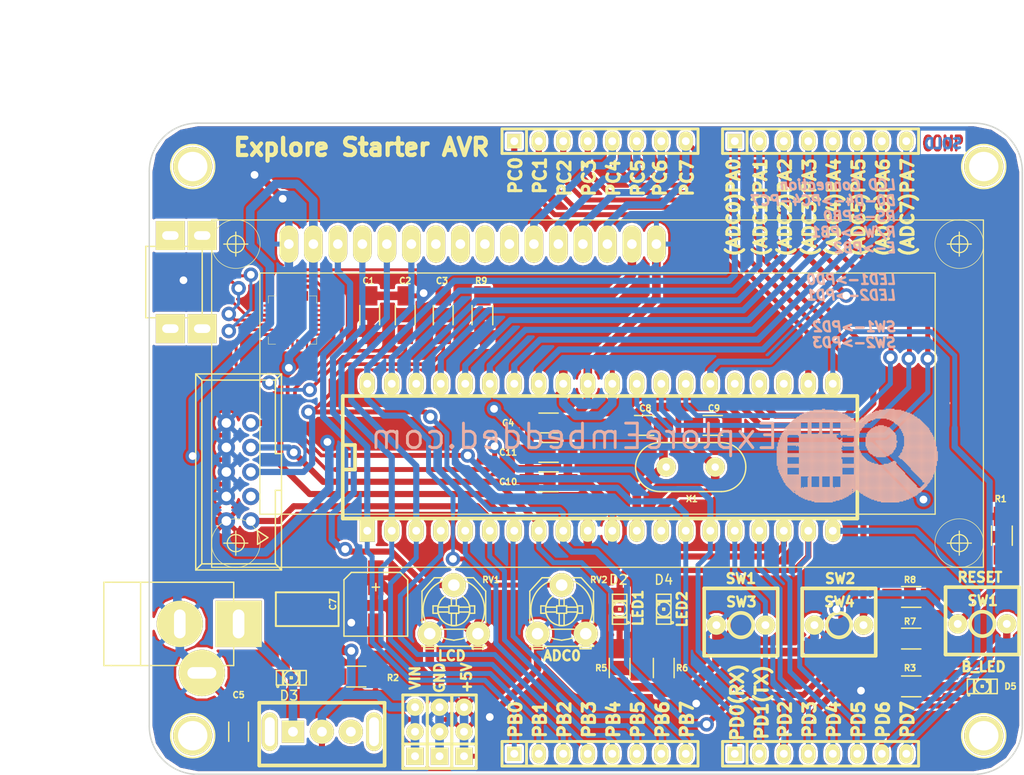
<source format=kicad_pcb>
(kicad_pcb (version 4) (host pcbnew "(2015-01-16 BZR 5376)-product")
  (layers (0 F.Cu signal) (31 B.Cu signal) (34 B.Paste user) (35 F.Paste user) (36 B.SilkS user) (37 F.SilkS user) (38 B.Mask user) (39 F.Mask user) (44 Edge.Cuts user))
  (net 0 "")
  (net 1 /+5V)
  (net 2 /BL)
  (net 3 /D4)
  (net 4 /D5)
  (net 5 /D6)
  (net 6 /D7)
  (net 7 "/DC IN")
  (net 8 /DRST)
  (net 9 /E)
  (net 10 /MISO)
  (net 11 /MOSI)
  (net 12 /R/W)
  (net 13 /RS)
  (net 14 /S1)
  (net 15 /S2)
  (net 16 /SCK)
  (net 17 /rst)
  (net 18 /rxd)
  (net 19 /txd)
  (net 20 GND)
  (net 21 "Net-(C2-Pad2)")
  (net 22 "Net-(C8-Pad2)")
  (net 23 "Net-(C9-Pad2)")
  (net 24 "Net-(D2-Pad2)")
  (net 25 "Net-(D3-Pad1)")
  (net 26 "Net-(D4-Pad2)")
  (net 27 "Net-(D5-Pad2)")
  (net 28 "Net-(IC1-Pad4)")
  (net 29 "Net-(IC1-Pad5)")
  (net 30 "Net-(IC1-Pad21)")
  (net 31 "Net-(IC1-Pad22)")
  (net 32 "Net-(IC1-Pad23)")
  (net 33 "Net-(IC1-Pad24)")
  (net 34 "Net-(IC1-Pad25)")
  (net 35 "Net-(IC1-Pad33)")
  (net 36 "Net-(IC1-Pad34)")
  (net 37 "Net-(IC1-Pad35)")
  (net 38 "Net-(IC1-Pad36)")
  (net 39 "Net-(IC1-Pad37)")
  (net 40 "Net-(IC1-Pad38)")
  (net 41 "Net-(IC1-Pad39)")
  (net 42 /ADC0)
  (net 43 "Net-(K1-Pad1)")
  (net 44 "Net-(LCD1-Pad3)")
  (net 45 "Net-(LCD1-Pad7)")
  (net 46 "Net-(LCD1-Pad8)")
  (net 47 "Net-(LCD1-Pad9)")
  (net 48 "Net-(LCD1-Pad10)")
  (net 49 "Net-(LCD1-Pad15)")
  (net 50 "Net-(P6-Pad3)")
  (net 51 "Net-(U1-Pad2)")
  (net 52 "Net-(U1-Pad1)")
  (net 53 "Net-(U1-Pad27)")
  (net 54 "Net-(U1-Pad24)")
  (net 55 "Net-(U1-Pad23)")
  (net 56 "Net-(U1-Pad22)")
  (net 57 "Net-(U1-Pad21)")
  (net 58 "Net-(U1-Pad20)")
  (net 59 "Net-(U1-Pad18)")
  (net 60 "Net-(U1-Pad17)")
  (net 61 "Net-(U1-Pad16)")
  (net 62 "Net-(U1-Pad15)")
  (net 63 "Net-(U1-Pad14)")
  (net 64 "Net-(U1-Pad13)")
  (net 65 "Net-(U1-Pad12)")
  (net 66 "Net-(U1-Pad11)")
  (net 67 "Net-(U1-Pad10)")
  (net 68 "Net-(U1-Pad9)")
  (net 69 "Net-(CON1-Pad2)")
  (net 70 "Net-(CON1-Pad3)")
  (net 71 /L1)
  (net 72 /L2)
  (module EE:SW_PUSH_SMALL_2pin_3D_xl (layer F.Cu) (at 173.99 89.535)
    (fp_text reference SW4 (at 0.04572 -2.40284) (layer F.SilkS) (effects (font (size 1.016 1.016) (thickness 0.254))))
    (fp_text value SPST hide)
    (pad 1 thru_hole circle (at -2.54 0) (size 2 2) (drill 0.8128) (layers *.Cu *.Mask F.SilkS) (net 20 GND))
    (pad 2 thru_hole circle (at 2.54 0) (size 2 2) (drill 0.8128) (layers *.Cu *.Mask F.SilkS) (net 15 /S2))
  )
  (module Connect:JACK_ALIM (layer F.Cu) (at 105.664 89.408)
    (fp_text reference K1 hide)
    (fp_text value BARREL hide)
    (pad 2 thru_hole circle (at 0 0) (size 4.8006 4.8006) (drill oval 1.2 3) (layers *.Cu *.Mask F.SilkS) (net 20 GND))
    (pad 1 thru_hole rect (at 6.096 0) (size 4.8006 4.8006) (drill oval 1.2 3) (layers *.Cu *.Mask F.SilkS) (net 43 "Net-(K1-Pad1)"))
    (pad 3 thru_hole circle (at 2.286 5.08) (size 4.8006 4.8006) (drill oval 3 1.2) (layers *.Cu *.Mask F.SilkS) (net 20 GND))
  )
  (module EE:SPSPT_XL_NEW (layer F.Cu) (at 120.396 100.584)
    (fp_text reference SW2 hide)
    (fp_text value SPST hide)
    (pad 1 thru_hole rect (at -3 0) (size 2.3 2.3) (drill 1.016) (layers *.Cu *.Mask F.SilkS) (net 43 "Net-(K1-Pad1)"))
    (pad 2 thru_hole circle (at 0 0) (size 2.5 2.5) (drill 1.016) (layers *.Cu *.Mask F.SilkS) (net 7 "/DC IN"))
    (pad 3 thru_hole circle (at 3 0) (size 2.5 2.5) (drill 1.016) (layers *.Cu *.Mask F.SilkS))
    (pad "" thru_hole oval (at 5.40004 0) (size 1.651 4) (drill oval 1.016 3) (layers *.Cu *.Mask F.SilkS))
    (pad "" thru_hole oval (at -5.40004 0) (size 1.651 4) (drill oval 1.016 3) (layers *.Cu *.Mask F.SilkS))
  )
  (module Capacitors_SMD:c_elec_6.3x4.5 (layer F.Cu) (at 125.984 87.376 90)
    (fp_text reference C7 (at 0 -4.445 90) (layer F.SilkS) (effects (font (size 0.635 0.635))))
    (fp_text value "100uF, 25V" hide)
    (pad 1 smd rect (at 2.75082 0 90) (size 3.59918 1.6002) (layers F.Cu F.Paste F.Mask) (net 1 /+5V))
    (pad 2 smd rect (at -2.75082 0 90) (size 3.59918 1.6002) (layers F.Cu F.Paste F.Mask) (net 20 GND))
  )
  (module SIL-3 (layer F.Cu) (at 130.048 100.584 90)
    (fp_text reference K4 hide)
    (fp_text value CONN_3 hide)
    (pad 1 thru_hole rect (at -2.54 0 90) (size 1.8 1.8) (drill 0.8128) (layers *.Cu *.Mask F.SilkS) (net 7 "/DC IN"))
    (pad 2 thru_hole circle (at 0 0 90) (size 1.8 1.8) (drill 0.8128) (layers *.Cu *.Mask F.SilkS) (net 7 "/DC IN"))
    (pad 3 thru_hole circle (at 2.54 0 90) (size 1.8 1.8) (drill 0.8128) (layers *.Cu *.Mask F.SilkS) (net 7 "/DC IN"))
  )
  (module SIL-3 (layer F.Cu) (at 132.588 100.584 90)
    (fp_text reference K3 hide)
    (fp_text value CONN_3 hide)
    (pad 1 thru_hole rect (at -2.54 0 90) (size 1.8 1.8) (drill 0.8128) (layers *.Cu *.Mask F.SilkS) (net 20 GND))
    (pad 2 thru_hole circle (at 0 0 90) (size 1.8 1.8) (drill 0.8128) (layers *.Cu *.Mask F.SilkS) (net 20 GND))
    (pad 3 thru_hole circle (at 2.54 0 90) (size 1.8 1.8) (drill 0.8128) (layers *.Cu *.Mask F.SilkS) (net 20 GND))
  )
  (module SIL-3 (layer F.Cu) (at 135.128 100.584 90)
    (fp_text reference K2 hide)
    (fp_text value CONN_3 hide)
    (pad 1 thru_hole rect (at -2.54 0 90) (size 1.8 1.8) (drill 0.8128) (layers *.Cu *.Mask F.SilkS) (net 1 /+5V))
    (pad 2 thru_hole circle (at 0 0 90) (size 1.8 1.8) (drill 0.8128) (layers *.Cu *.Mask F.SilkS) (net 1 /+5V))
    (pad 3 thru_hole circle (at 2.54 0 90) (size 1.8 1.8) (drill 0.8128) (layers *.Cu *.Mask F.SilkS) (net 1 /+5V))
  )
  (module lcd_2x16_led_backlight-HY-1602F (layer F.Cu) (at 114.427 50.038)
    (fp_text reference LCD1 hide)
    (fp_text value LCD_2X16_SIL hide)
    (pad 1 thru_hole oval (at 2.54 0) (size 1.9304 3.8608) (drill 0.99822) (layers *.Cu *.Mask F.Paste F.SilkS) (net 20 GND))
    (pad 2 thru_hole oval (at 5.08 0) (size 1.9304 3.8608) (drill 0.99822) (layers *.Cu *.Mask F.Paste F.SilkS) (net 1 /+5V))
    (pad 3 thru_hole oval (at 7.62 0) (size 1.9304 3.8608) (drill 0.99822) (layers *.Cu *.Mask F.Paste F.SilkS) (net 44 "Net-(LCD1-Pad3)"))
    (pad 4 thru_hole oval (at 10.16 0) (size 1.9304 3.8608) (drill 0.99822) (layers *.Cu *.Mask F.Paste F.SilkS) (net 13 /RS))
    (pad 5 thru_hole oval (at 12.7 0) (size 1.9304 3.8608) (drill 0.99822) (layers *.Cu *.Mask F.Paste F.SilkS) (net 12 /R/W))
    (pad 6 thru_hole oval (at 15.24 0) (size 1.9304 3.8608) (drill 0.99822) (layers *.Cu *.Mask F.Paste F.SilkS) (net 9 /E))
    (pad 7 thru_hole oval (at 17.78 0) (size 1.9304 3.8608) (drill 0.99822) (layers *.Cu *.Mask F.Paste F.SilkS) (net 45 "Net-(LCD1-Pad7)"))
    (pad 8 thru_hole oval (at 20.32 0) (size 1.9304 3.8608) (drill 0.99822) (layers *.Cu *.Mask F.Paste F.SilkS) (net 46 "Net-(LCD1-Pad8)"))
    (pad 9 thru_hole oval (at 22.86 0) (size 1.9304 3.8608) (drill 0.99822) (layers *.Cu *.Mask F.Paste F.SilkS) (net 47 "Net-(LCD1-Pad9)"))
    (pad 10 thru_hole oval (at 25.4 0) (size 1.9304 3.8608) (drill 0.99822) (layers *.Cu *.Mask F.Paste F.SilkS) (net 48 "Net-(LCD1-Pad10)"))
    (pad 11 thru_hole oval (at 27.94 0) (size 1.9304 3.8608) (drill 0.99822) (layers *.Cu *.Mask F.Paste F.SilkS) (net 3 /D4))
    (pad 12 thru_hole oval (at 30.48 0) (size 1.9304 3.8608) (drill 0.99822) (layers *.Cu *.Mask F.Paste F.SilkS) (net 4 /D5))
    (pad 13 thru_hole oval (at 33.02 0) (size 1.9304 3.8608) (drill 0.99822) (layers *.Cu *.Mask F.Paste F.SilkS) (net 5 /D6))
    (pad 14 thru_hole oval (at 35.56 0) (size 1.9304 3.8608) (drill 0.99822) (layers *.Cu *.Mask F.Paste F.SilkS) (net 6 /D7))
    (pad 15 thru_hole oval (at 38.1 0) (size 1.9304 3.8608) (drill 0.99822) (layers *.Cu *.Mask F.Paste F.SilkS) (net 49 "Net-(LCD1-Pad15)"))
    (pad 16 thru_hole oval (at 40.64 0) (size 1.9304 3.8608) (drill 0.99822) (layers *.Cu *.Mask F.Paste F.SilkS) (net 20 GND))
  )
  (module DIP-40__600_ELL (layer F.Cu) (at 149.225 72.136)
    (fp_text reference IC1 hide)
    (fp_text value ATMEGA32-P hide)
    (pad 1 thru_hole rect (at -24.13 7.62) (size 1.5748 2.286) (drill 0.8128) (layers *.Cu *.Mask F.SilkS) (net 13 /RS))
    (pad 2 thru_hole oval (at -21.59 7.62) (size 1.5748 2.286) (drill 0.8128) (layers *.Cu *.Mask F.SilkS) (net 12 /R/W))
    (pad 3 thru_hole oval (at -19.05 7.62) (size 1.5748 2.286) (drill 0.8128) (layers *.Cu *.Mask F.SilkS) (net 9 /E))
    (pad 4 thru_hole oval (at -16.51 7.62) (size 1.5748 2.286) (drill 0.8128) (layers *.Cu *.Mask F.SilkS) (net 28 "Net-(IC1-Pad4)"))
    (pad 5 thru_hole oval (at -13.97 7.62) (size 1.5748 2.286) (drill 0.8128) (layers *.Cu *.Mask F.SilkS) (net 29 "Net-(IC1-Pad5)"))
    (pad 6 thru_hole oval (at -11.43 7.62) (size 1.5748 2.286) (drill 0.8128) (layers *.Cu *.Mask F.SilkS) (net 11 /MOSI))
    (pad 7 thru_hole oval (at -8.89 7.62) (size 1.5748 2.286) (drill 0.8128) (layers *.Cu *.Mask F.SilkS) (net 10 /MISO))
    (pad 8 thru_hole oval (at -6.35 7.62) (size 1.5748 2.286) (drill 0.8128) (layers *.Cu *.Mask F.SilkS) (net 16 /SCK))
    (pad 9 thru_hole oval (at -3.81 7.62) (size 1.5748 2.286) (drill 0.8128) (layers *.Cu *.Mask F.SilkS) (net 17 /rst))
    (pad 10 thru_hole oval (at -1.27 7.62) (size 1.5748 2.286) (drill 0.8128) (layers *.Cu *.Mask F.SilkS) (net 1 /+5V))
    (pad 11 thru_hole oval (at 1.27 7.62) (size 1.5748 2.286) (drill 0.8128) (layers *.Cu *.Mask F.SilkS) (net 20 GND))
    (pad 12 thru_hole oval (at 3.81 7.62) (size 1.5748 2.286) (drill 0.8128) (layers *.Cu *.Mask F.SilkS) (net 22 "Net-(C8-Pad2)"))
    (pad 13 thru_hole oval (at 6.35 7.62) (size 1.5748 2.286) (drill 0.8128) (layers *.Cu *.Mask F.SilkS) (net 23 "Net-(C9-Pad2)"))
    (pad 14 thru_hole oval (at 8.89 7.62) (size 1.5748 2.286) (drill 0.8128) (layers *.Cu *.Mask F.SilkS) (net 18 /rxd))
    (pad 15 thru_hole oval (at 11.43 7.62) (size 1.5748 2.286) (drill 0.8128) (layers *.Cu *.Mask F.SilkS) (net 19 /txd))
    (pad 16 thru_hole oval (at 13.97 7.62) (size 1.5748 2.286) (drill 0.8128) (layers *.Cu *.Mask F.SilkS) (net 14 /S1))
    (pad 17 thru_hole oval (at 16.51 7.62) (size 1.5748 2.286) (drill 0.8128) (layers *.Cu *.Mask F.SilkS) (net 15 /S2))
    (pad 18 thru_hole oval (at 19.05 7.62) (size 1.5748 2.286) (drill 0.8128) (layers *.Cu *.Mask F.SilkS) (net 71 /L1))
    (pad 19 thru_hole oval (at 21.59 7.62) (size 1.5748 2.286) (drill 0.8128) (layers *.Cu *.Mask F.SilkS) (net 72 /L2))
    (pad 20 thru_hole oval (at 24.13 7.62) (size 1.5748 2.286) (drill 0.8128) (layers *.Cu *.Mask F.SilkS) (net 2 /BL))
    (pad 21 thru_hole oval (at 24.13 -7.62) (size 1.5748 2.286) (drill 0.8128) (layers *.Cu *.Mask F.SilkS) (net 30 "Net-(IC1-Pad21)"))
    (pad 22 thru_hole oval (at 21.59 -7.62) (size 1.5748 2.286) (drill 0.8128) (layers *.Cu *.Mask F.SilkS) (net 31 "Net-(IC1-Pad22)"))
    (pad 23 thru_hole oval (at 19.05 -7.62) (size 1.5748 2.286) (drill 0.8128) (layers *.Cu *.Mask F.SilkS) (net 32 "Net-(IC1-Pad23)"))
    (pad 24 thru_hole oval (at 16.51 -7.62) (size 1.5748 2.286) (drill 0.8128) (layers *.Cu *.Mask F.SilkS) (net 33 "Net-(IC1-Pad24)"))
    (pad 25 thru_hole oval (at 13.97 -7.62) (size 1.5748 2.286) (drill 0.8128) (layers *.Cu *.Mask F.SilkS) (net 34 "Net-(IC1-Pad25)"))
    (pad 26 thru_hole oval (at 11.43 -7.62) (size 1.5748 2.286) (drill 0.8128) (layers *.Cu *.Mask F.SilkS) (net 3 /D4))
    (pad 27 thru_hole oval (at 8.89 -7.62) (size 1.5748 2.286) (drill 0.8128) (layers *.Cu *.Mask F.SilkS) (net 4 /D5))
    (pad 28 thru_hole oval (at 6.35 -7.62) (size 1.5748 2.286) (drill 0.8128) (layers *.Cu *.Mask F.SilkS) (net 5 /D6))
    (pad 29 thru_hole oval (at 3.81 -7.62) (size 1.5748 2.286) (drill 0.8128) (layers *.Cu *.Mask F.SilkS) (net 6 /D7))
    (pad 30 thru_hole oval (at 1.27 -7.62) (size 1.5748 2.286) (drill 0.8128) (layers *.Cu *.Mask F.SilkS) (net 1 /+5V))
    (pad 31 thru_hole oval (at -1.27 -7.62) (size 1.5748 2.286) (drill 0.8128) (layers *.Cu *.Mask F.SilkS) (net 20 GND))
    (pad 32 thru_hole oval (at -3.81 -7.62) (size 1.5748 2.286) (drill 0.8128) (layers *.Cu *.Mask F.SilkS) (net 1 /+5V))
    (pad 33 thru_hole oval (at -6.35 -7.62) (size 1.5748 2.286) (drill 0.8128) (layers *.Cu *.Mask F.SilkS) (net 35 "Net-(IC1-Pad33)"))
    (pad 34 thru_hole oval (at -8.89 -7.62) (size 1.5748 2.286) (drill 0.8128) (layers *.Cu *.Mask F.SilkS) (net 36 "Net-(IC1-Pad34)"))
    (pad 35 thru_hole oval (at -11.43 -7.62) (size 1.5748 2.286) (drill 0.8128) (layers *.Cu *.Mask F.SilkS) (net 37 "Net-(IC1-Pad35)"))
    (pad 36 thru_hole oval (at -13.97 -7.62) (size 1.5748 2.286) (drill 0.8128) (layers *.Cu *.Mask F.SilkS) (net 38 "Net-(IC1-Pad36)"))
    (pad 37 thru_hole oval (at -16.51 -7.62) (size 1.5748 2.286) (drill 0.8128) (layers *.Cu *.Mask F.SilkS) (net 39 "Net-(IC1-Pad37)"))
    (pad 38 thru_hole oval (at -19.05 -7.62) (size 1.5748 2.286) (drill 0.8128) (layers *.Cu *.Mask F.SilkS) (net 40 "Net-(IC1-Pad38)"))
    (pad 39 thru_hole oval (at -21.59 -7.62) (size 1.5748 2.286) (drill 0.8128) (layers *.Cu *.Mask F.SilkS) (net 41 "Net-(IC1-Pad39)"))
    (pad 40 thru_hole oval (at -24.13 -7.62) (size 1.5748 2.286) (drill 0.8128) (layers *.Cu *.Mask F.SilkS) (net 42 /ADC0))
  )
  (module SIL-8_xl (layer F.Cu) (at 149.225 102.87)
    (fp_text reference J3 hide)
    (fp_text value SIL8 hide)
    (pad 1 thru_hole rect (at -8.89 0) (size 1.5 1.5) (drill 0.8128) (layers *.Cu *.Mask F.SilkS) (net 13 /RS))
    (pad 2 thru_hole oval (at -6.35 0) (size 1.5 2) (drill 0.8128) (layers *.Cu *.Mask F.SilkS) (net 12 /R/W))
    (pad 3 thru_hole oval (at -3.81 0) (size 1.5 2) (drill 0.8128) (layers *.Cu *.Mask F.SilkS) (net 9 /E))
    (pad 4 thru_hole oval (at -1.27 0) (size 1.5 2) (drill 0.8128) (layers *.Cu *.Mask F.SilkS) (net 28 "Net-(IC1-Pad4)"))
    (pad 5 thru_hole oval (at 1.27 0) (size 1.5 2) (drill 0.8128) (layers *.Cu *.Mask F.SilkS) (net 29 "Net-(IC1-Pad5)"))
    (pad 6 thru_hole oval (at 3.81 0) (size 1.5 2) (drill 0.8128) (layers *.Cu *.Mask F.SilkS) (net 11 /MOSI))
    (pad 7 thru_hole oval (at 6.35 0) (size 1.5 2) (drill 0.8128) (layers *.Cu *.Mask F.SilkS) (net 10 /MISO))
    (pad 8 thru_hole oval (at 8.89 0) (size 1.5 2) (drill 0.8128) (layers *.Cu *.Mask F.SilkS) (net 16 /SCK))
  )
  (module SIL-8_xl (layer F.Cu) (at 172.085 39.37)
    (fp_text reference J2 hide)
    (fp_text value SIL8 hide)
    (pad 1 thru_hole rect (at -8.89 0) (size 1.5 1.5) (drill 0.8128) (layers *.Cu *.Mask F.SilkS) (net 42 /ADC0))
    (pad 2 thru_hole oval (at -6.35 0) (size 1.5 2) (drill 0.8128) (layers *.Cu *.Mask F.SilkS) (net 41 "Net-(IC1-Pad39)"))
    (pad 3 thru_hole oval (at -3.81 0) (size 1.5 2) (drill 0.8128) (layers *.Cu *.Mask F.SilkS) (net 40 "Net-(IC1-Pad38)"))
    (pad 4 thru_hole oval (at -1.27 0) (size 1.5 2) (drill 0.8128) (layers *.Cu *.Mask F.SilkS) (net 39 "Net-(IC1-Pad37)"))
    (pad 5 thru_hole oval (at 1.27 0) (size 1.5 2) (drill 0.8128) (layers *.Cu *.Mask F.SilkS) (net 38 "Net-(IC1-Pad36)"))
    (pad 6 thru_hole oval (at 3.81 0) (size 1.5 2) (drill 0.8128) (layers *.Cu *.Mask F.SilkS) (net 37 "Net-(IC1-Pad35)"))
    (pad 7 thru_hole oval (at 6.35 0) (size 1.5 2) (drill 0.8128) (layers *.Cu *.Mask F.SilkS) (net 36 "Net-(IC1-Pad34)"))
    (pad 8 thru_hole oval (at 8.89 0) (size 1.5 2) (drill 0.8128) (layers *.Cu *.Mask F.SilkS) (net 35 "Net-(IC1-Pad33)"))
  )
  (module SIL-8_xl (layer F.Cu) (at 149.225 39.37)
    (fp_text reference J4 hide)
    (fp_text value SIL8 hide)
    (pad 1 thru_hole rect (at -8.89 0) (size 1.5 1.5) (drill 0.8128) (layers *.Cu *.Mask F.SilkS) (net 31 "Net-(IC1-Pad22)"))
    (pad 2 thru_hole oval (at -6.35 0) (size 1.5 2) (drill 0.8128) (layers *.Cu *.Mask F.SilkS) (net 32 "Net-(IC1-Pad23)"))
    (pad 3 thru_hole oval (at -3.81 0) (size 1.5 2) (drill 0.8128) (layers *.Cu *.Mask F.SilkS) (net 33 "Net-(IC1-Pad24)"))
    (pad 4 thru_hole oval (at -1.27 0) (size 1.5 2) (drill 0.8128) (layers *.Cu *.Mask F.SilkS) (net 34 "Net-(IC1-Pad25)"))
    (pad 5 thru_hole oval (at 1.27 0) (size 1.5 2) (drill 0.8128) (layers *.Cu *.Mask F.SilkS) (net 3 /D4))
    (pad 6 thru_hole oval (at 3.81 0) (size 1.5 2) (drill 0.8128) (layers *.Cu *.Mask F.SilkS) (net 4 /D5))
    (pad 7 thru_hole oval (at 6.35 0) (size 1.5 2) (drill 0.8128) (layers *.Cu *.Mask F.SilkS) (net 5 /D6))
    (pad 8 thru_hole oval (at 8.89 0) (size 1.5 2) (drill 0.8128) (layers *.Cu *.Mask F.SilkS) (net 6 /D7))
  )
  (module SIL-8_xl (layer F.Cu) (at 172.085 102.87)
    (fp_text reference J5 hide)
    (fp_text value SIL8 hide)
    (pad 1 thru_hole rect (at -8.89 0) (size 1.5 1.5) (drill 0.8128) (layers *.Cu *.Mask F.SilkS) (net 18 /rxd))
    (pad 2 thru_hole oval (at -6.35 0) (size 1.5 2) (drill 0.8128) (layers *.Cu *.Mask F.SilkS) (net 19 /txd))
    (pad 3 thru_hole oval (at -3.81 0) (size 1.5 2) (drill 0.8128) (layers *.Cu *.Mask F.SilkS) (net 14 /S1))
    (pad 4 thru_hole oval (at -1.27 0) (size 1.5 2) (drill 0.8128) (layers *.Cu *.Mask F.SilkS) (net 15 /S2))
    (pad 5 thru_hole oval (at 1.27 0) (size 1.5 2) (drill 0.8128) (layers *.Cu *.Mask F.SilkS) (net 71 /L1))
    (pad 6 thru_hole oval (at 3.81 0) (size 1.5 2) (drill 0.8128) (layers *.Cu *.Mask F.SilkS) (net 72 /L2))
    (pad 7 thru_hole oval (at 6.35 0) (size 1.5 2) (drill 0.8128) (layers *.Cu *.Mask F.SilkS) (net 2 /BL))
    (pad 8 thru_hole oval (at 8.89 0) (size 1.5 2) (drill 0.8128) (layers *.Cu *.Mask F.SilkS) (net 30 "Net-(IC1-Pad21)"))
  )
  (module Connect:VASCH5x2 (layer F.Cu) (at 111.76 73.66 90)
    (fp_text reference P6 hide)
    (fp_text value CONN_5X2 hide)
    (pad 1 thru_hole circle (at -5.08 1.27 90) (size 1.8 1.8) (drill 0.99822) (layers *.Cu *.Mask) (net 11 /MOSI))
    (pad 2 thru_hole circle (at -5.08 -1.27 90) (size 1.8 1.8) (drill 0.99822) (layers *.Cu *.Mask) (net 1 /+5V))
    (pad 3 thru_hole circle (at -2.54 1.27 90) (size 1.8 1.8) (drill 0.99822) (layers *.Cu *.Mask) (net 50 "Net-(P6-Pad3)"))
    (pad 4 thru_hole circle (at -2.54 -1.27 90) (size 1.8 1.8) (drill 0.99822) (layers *.Cu *.Mask) (net 20 GND))
    (pad 5 thru_hole circle (at 0 1.27 90) (size 1.8 1.8) (drill 0.99822) (layers *.Cu *.Mask) (net 17 /rst))
    (pad 6 thru_hole circle (at 0 -1.27 90) (size 1.8 1.8) (drill 0.99822) (layers *.Cu *.Mask) (net 20 GND))
    (pad 7 thru_hole circle (at 2.54 1.27 90) (size 1.8 1.8) (drill 0.99822) (layers *.Cu *.Mask) (net 16 /SCK))
    (pad 8 thru_hole circle (at 2.54 -1.27 90) (size 1.8 1.8) (drill 0.99822) (layers *.Cu *.Mask) (net 20 GND))
    (pad 9 thru_hole circle (at 5.08 1.27 90) (size 1.8 1.8) (drill 0.99822) (layers *.Cu *.Mask) (net 10 /MISO))
    (pad 10 thru_hole circle (at 5.08 -1.27 90) (size 1.8 1.8) (drill 0.99822) (layers *.Cu *.Mask) (net 20 GND))
  )
  (module Potentiometers:Potentiometer_Triwood_RM-065 (layer F.Cu) (at 131.572 90.424)
    (fp_text reference RV1 (at 6.35 -5.588) (layer F.SilkS) (effects (font (size 0.635 0.635))))
    (fp_text value 10K hide)
    (pad 2 thru_hole circle (at 2.49936 -5.03936) (size 2.49936 2.49936) (drill 1.19888) (layers *.Cu *.Mask F.SilkS) (net 44 "Net-(LCD1-Pad3)"))
    (pad 3 thru_hole circle (at 4.99872 0) (size 2.49936 2.49936) (drill 1.19888) (layers *.Cu *.Mask F.SilkS) (net 1 /+5V))
    (pad 1 thru_hole circle (at 0 0) (size 2.49936 2.49936) (drill 1.19888) (layers *.Cu *.Mask F.SilkS) (net 20 GND))
  )
  (module Potentiometers:Potentiometer_Triwood_RM-065 (layer F.Cu) (at 142.748 90.424)
    (fp_text reference RV2 (at 6.35 -5.588) (layer F.SilkS) (effects (font (size 0.635 0.635))))
    (fp_text value 10K hide)
    (pad 2 thru_hole circle (at 2.49936 -5.03936) (size 2.49936 2.49936) (drill 1.19888) (layers *.Cu *.Mask F.SilkS) (net 42 /ADC0))
    (pad 3 thru_hole circle (at 4.99872 0) (size 2.49936 2.49936) (drill 1.19888) (layers *.Cu *.Mask F.SilkS) (net 1 /+5V))
    (pad 1 thru_hole circle (at 0 0) (size 2.49936 2.49936) (drill 1.19888) (layers *.Cu *.Mask F.SilkS) (net 20 GND))
  )
  (module EE:SW_PUSH_SMALL_2pin_3D_xl (layer F.Cu) (at 188.849 89.408)
    (fp_text reference SW1 (at 0.04572 -2.40284) (layer F.SilkS) (effects (font (size 1.016 1.016) (thickness 0.254))))
    (fp_text value rst hide)
    (pad 1 thru_hole circle (at -2.54 0) (size 2 2) (drill 0.8128) (layers *.Cu *.Mask F.SilkS) (net 17 /rst))
    (pad 2 thru_hole circle (at 2.54 0) (size 2 2) (drill 0.8128) (layers *.Cu *.Mask F.SilkS) (net 20 GND))
  )
  (module EE:cp2102_xl2 (layer F.Cu) (at 117.348 57.912)
    (fp_text reference U1 hide)
    (fp_text value CP2102 hide)
    (pad 7 smd rect (at -2.49936 1.50114) (size 1.00076 0.23114) (layers F.Cu F.Paste F.Mask) (net 1 /+5V))
    (pad 6 smd rect (at -2.49936 1.00076) (size 1.00076 0.23114) (layers F.Cu F.Paste F.Mask) (net 21 "Net-(C2-Pad2)"))
    (pad 5 smd rect (at -2.49936 0.50038) (size 1.00076 0.23114) (layers F.Cu F.Paste F.Mask) (net 69 "Net-(CON1-Pad2)"))
    (pad 4 smd rect (at -2.49936 0) (size 1.00076 0.23114) (layers F.Cu F.Paste F.Mask) (net 70 "Net-(CON1-Pad3)"))
    (pad 3 smd rect (at -2.49936 -0.50038) (size 1.00076 0.23114) (layers F.Cu F.Paste F.Mask) (net 20 GND))
    (pad 2 smd rect (at -2.49936 -1.00076) (size 1.00076 0.23114) (layers F.Cu F.Paste F.Mask) (net 51 "Net-(U1-Pad2)"))
    (pad 1 smd rect (at -2.49936 -1.50114) (size 1.00076 0.23114) (layers F.Cu F.Paste F.Mask) (net 52 "Net-(U1-Pad1)"))
    (pad 28 smd rect (at -1.50114 -2.49936) (size 0.23114 1.00076) (layers F.Cu F.Paste F.Mask) (net 8 /DRST))
    (pad 27 smd rect (at -1.00076 -2.49936) (size 0.23114 1.00076) (layers F.Cu F.Paste F.Mask) (net 53 "Net-(U1-Pad27)"))
    (pad 26 smd rect (at -0.50038 -2.49936) (size 0.23114 1.00076) (layers F.Cu F.Paste F.Mask) (net 18 /rxd))
    (pad 25 smd rect (at 0 -2.49936) (size 0.23114 1.00076) (layers F.Cu F.Paste F.Mask) (net 19 /txd))
    (pad 24 smd rect (at 0.50038 -2.49936) (size 0.23114 1.00076) (layers F.Cu F.Paste F.Mask) (net 54 "Net-(U1-Pad24)"))
    (pad 23 smd rect (at 1.00076 -2.49936) (size 0.23114 1.00076) (layers F.Cu F.Paste F.Mask) (net 55 "Net-(U1-Pad23)"))
    (pad 22 smd rect (at 1.50114 -2.49936) (size 0.23114 1.00076) (layers F.Cu F.Paste F.Mask) (net 56 "Net-(U1-Pad22)"))
    (pad 21 smd rect (at 2.49936 -1.50114) (size 1.00076 0.23114) (layers F.Cu F.Paste F.Mask) (net 57 "Net-(U1-Pad21)"))
    (pad 20 smd rect (at 2.49936 -1.00076) (size 1.00076 0.23114) (layers F.Cu F.Paste F.Mask) (net 58 "Net-(U1-Pad20)"))
    (pad 19 smd rect (at 2.49936 -0.50038) (size 1.00076 0.23114) (layers F.Cu F.Paste F.Mask))
    (pad 18 smd rect (at 2.49936 0) (size 1.00076 0.23114) (layers F.Cu F.Paste F.Mask) (net 59 "Net-(U1-Pad18)"))
    (pad 17 smd rect (at 2.49936 0.50038) (size 1.00076 0.23114) (layers F.Cu F.Paste F.Mask) (net 60 "Net-(U1-Pad17)"))
    (pad 16 smd rect (at 2.49936 1.00076) (size 1.00076 0.23114) (layers F.Cu F.Paste F.Mask) (net 61 "Net-(U1-Pad16)"))
    (pad 15 smd rect (at 2.49936 1.50114) (size 1.00076 0.23114) (layers F.Cu F.Paste F.Mask) (net 62 "Net-(U1-Pad15)"))
    (pad 14 smd rect (at 1.50114 2.49936) (size 0.23114 1.00076) (layers F.Cu F.Paste F.Mask) (net 63 "Net-(U1-Pad14)"))
    (pad 13 smd rect (at 1.00076 2.49936) (size 0.23114 1.00076) (layers F.Cu F.Paste F.Mask) (net 64 "Net-(U1-Pad13)"))
    (pad 12 smd rect (at 0.50038 2.49936) (size 0.23114 1.00076) (layers F.Cu F.Paste F.Mask) (net 65 "Net-(U1-Pad12)"))
    (pad 11 smd rect (at 0 2.49936) (size 0.23114 1.00076) (layers F.Cu F.Paste F.Mask) (net 66 "Net-(U1-Pad11)"))
    (pad 10 smd rect (at -0.50038 2.49936) (size 0.23114 1.00076) (layers F.Cu F.Paste F.Mask) (net 67 "Net-(U1-Pad10)"))
    (pad 9 smd rect (at -1.00076 2.49936) (size 0.23114 1.00076) (layers F.Cu F.Paste F.Mask) (net 68 "Net-(U1-Pad9)"))
    (pad 8 smd rect (at -1.50114 2.49936) (size 0.23114 1.00076) (layers F.Cu F.Paste F.Mask) (net 1 /+5V))
    (pad 29 smd rect (at 0 0) (size 1.50114 1.50114) (layers F.Cu F.Paste F.Mask))
    (pad "" smd circle (at -2.25044 -2.25044) (size 0.29972 0.29972) (layers F.Cu F.Paste F.Mask))
  )
  (module EE:lm1117_xl (layer F.Cu) (at 118.872 87.884)
    (fp_text reference U2 hide)
    (fp_text value LM317S hide)
    (pad 2 smd rect (at 0 2.75082) (size 1.00076 2.49936) (layers F.Cu F.Paste F.Mask) (net 1 /+5V))
    (pad 3 smd rect (at 2.25044 2.75082) (size 1.00076 2.49936) (layers F.Cu F.Paste F.Mask) (net 7 "/DC IN"))
    (pad 1 smd rect (at -2.25044 2.75082) (size 1.00076 2.49936) (layers F.Cu F.Paste F.Mask) (net 20 GND))
    (pad "" smd rect (at 0 -2.99974) (size 2.99974 2.49936) (layers F.Cu F.Paste F.Mask))
  )
  (module Crystals:HC-49V (layer F.Cu) (at 158.623 73.152 180)
    (fp_text reference X1 (at -0.127 -3.302 180) (layer F.SilkS) (effects (font (size 0.635 0.635))))
    (fp_text value 16Mhz hide)
    (pad 1 thru_hole circle (at -2.54 0 180) (size 2 2) (drill 0.762) (layers *.Cu *.Mask F.SilkS) (net 23 "Net-(C9-Pad2)"))
    (pad 2 thru_hole circle (at 2.54 0 180) (size 2 2) (drill 0.762) (layers *.Cu *.Mask F.SilkS) (net 22 "Net-(C8-Pad2)"))
  )
  (module Capacitors_SMD:C_1206_HandSoldering (layer F.Cu) (at 143.891 74.676)
    (fp_text reference C10 (at -4.191 0) (layer F.SilkS) (effects (font (size 0.635 0.635))))
    (fp_text value 0.1uF hide)
    (pad 1 smd rect (at -2 0) (size 2 1.6) (layers F.Cu F.Paste F.Mask) (net 1 /+5V))
    (pad 2 smd rect (at 2 0) (size 2 1.6) (layers F.Cu F.Paste F.Mask) (net 20 GND))
  )
  (module Capacitors_SMD:C_1206_HandSoldering (layer F.Cu) (at 143.891 71.628)
    (fp_text reference C11 (at -4.191 0) (layer F.SilkS) (effects (font (size 0.635 0.635))))
    (fp_text value 0.1uF hide)
    (pad 1 smd rect (at -2 0) (size 2 1.6) (layers F.Cu F.Paste F.Mask) (net 1 /+5V))
    (pad 2 smd rect (at 2 0) (size 2 1.6) (layers F.Cu F.Paste F.Mask) (net 20 GND))
  )
  (module Connect:1pin (layer F.Cu) (at 107 101)
    (fp_text reference P1 hide)
    (fp_text value CONN_1 hide)
    (pad "" np_thru_hole circle (at 0 0) (size 4.064 4.064) (drill 3.048) (layers *.Cu *.Mask F.SilkS))
  )
  (module Connect:1pin (layer F.Cu) (at 107 42)
    (fp_text reference P2 hide)
    (fp_text value CONN_1 hide)
    (pad "" np_thru_hole circle (at 0 0) (size 4.064 4.064) (drill 3.048) (layers *.Cu *.Mask F.SilkS))
  )
  (module Connect:1pin (layer F.Cu) (at 189 42)
    (fp_text reference P3 hide)
    (fp_text value CONN_1 hide)
    (pad "" np_thru_hole circle (at 0 0) (size 4.064 4.064) (drill 3.048) (layers *.Cu *.Mask F.SilkS))
  )
  (module Connect:1pin (layer F.Cu) (at 189 101)
    (fp_text reference P4 hide)
    (fp_text value CONN_1 hide)
    (pad "" np_thru_hole circle (at 0 0) (size 4.064 4.064) (drill 3.048) (layers *.Cu *.Mask F.SilkS))
  )
  (module EE:SW_PUSH_SMALL_2pin_3D_xl (layer F.Cu) (at 163.83 89.535)
    (fp_text reference SW3 (at 0.04572 -2.40284) (layer F.SilkS) (effects (font (size 1.016 1.016) (thickness 0.254))))
    (fp_text value SPST hide)
    (pad 1 thru_hole circle (at -2.54 0) (size 2 2) (drill 0.8128) (layers *.Cu *.Mask F.SilkS) (net 20 GND))
    (pad 2 thru_hole circle (at 2.54 0) (size 2 2) (drill 0.8128) (layers *.Cu *.Mask F.SilkS) (net 14 /S1))
  )
  (module Capacitors_SMD:C_1206_HandSoldering (layer F.Cu) (at 125.349 57.404 90)
    (fp_text reference C1 (at 3.556 -0.127 180) (layer F.SilkS) (effects (font (size 0.635 0.635) (thickness 0.127))))
    (fp_text value 0.1uF hide)
    (pad 1 smd rect (at -2 0 90) (size 2 1.6) (layers F.Cu F.Paste F.Mask) (net 1 /+5V))
    (pad 2 smd rect (at 2 0 90) (size 2 1.6) (layers F.Cu F.Paste F.Mask) (net 20 GND))
  )
  (module Capacitors_SMD:C_1206_HandSoldering (layer F.Cu) (at 129.032 57.404 270)
    (fp_text reference C2 (at -3.556 0 360) (layer F.SilkS) (effects (font (size 0.635 0.635))))
    (fp_text value 0.1uF hide)
    (pad 1 smd rect (at -2 0 270) (size 2 1.6) (layers F.Cu F.Paste F.Mask) (net 20 GND))
    (pad 2 smd rect (at 2 0 270) (size 2 1.6) (layers F.Cu F.Paste F.Mask) (net 21 "Net-(C2-Pad2)"))
  )
  (module Capacitors_SMD:C_1206_HandSoldering (layer F.Cu) (at 132.969 57.404 270)
    (fp_text reference C3 (at -3.556 0.127 360) (layer F.SilkS) (effects (font (size 0.635 0.635))))
    (fp_text value 0.1uF hide)
    (pad 1 smd rect (at -2 0 270) (size 2 1.6) (layers F.Cu F.Paste F.Mask) (net 8 /DRST))
    (pad 2 smd rect (at 2 0 270) (size 2 1.6) (layers F.Cu F.Paste F.Mask) (net 17 /rst))
  )
  (module Capacitors_SMD:C_1206_HandSoldering (layer F.Cu) (at 143.891 68.58)
    (fp_text reference C4 (at -4.191 0) (layer F.SilkS) (effects (font (size 0.635 0.635))))
    (fp_text value 0.1uF hide)
    (pad 1 smd rect (at -2 0) (size 2 1.6) (layers F.Cu F.Paste F.Mask) (net 1 /+5V))
    (pad 2 smd rect (at 2 0) (size 2 1.6) (layers F.Cu F.Paste F.Mask) (net 20 GND))
  )
  (module Capacitors_SMD:C_1206_HandSoldering (layer F.Cu) (at 111.76 100.584 90)
    (fp_text reference C5 (at 3.81 0 180) (layer F.SilkS) (effects (font (size 0.635 0.635))))
    (fp_text value 0.1uF hide)
    (pad 1 smd rect (at -2 0 90) (size 2 1.6) (layers F.Cu F.Paste F.Mask) (net 7 "/DC IN"))
    (pad 2 smd rect (at 2 0 90) (size 2 1.6) (layers F.Cu F.Paste F.Mask) (net 20 GND))
  )
  (module Resistors_SMD:R_1206_HandSoldering (layer F.Cu) (at 190.881 80.264 90)
    (fp_text reference R1 (at 3.81 -0.127 180) (layer F.SilkS) (effects (font (size 0.635 0.635))))
    (fp_text value 10K hide)
    (pad 1 smd rect (at -2 0 90) (size 2 1.7) (layers F.Cu F.Paste F.Mask) (net 17 /rst))
    (pad 2 smd rect (at 2 0 90) (size 2 1.7) (layers F.Cu F.Paste F.Mask) (net 1 /+5V))
  )
  (module Resistors_SMD:R_1206_HandSoldering (layer F.Cu) (at 123.952 94.869)
    (fp_text reference R2 (at 3.81 0.127) (layer F.SilkS) (effects (font (size 0.635 0.635))))
    (fp_text value 470 hide)
    (pad 1 smd rect (at -2 0) (size 2 1.7) (layers F.Cu F.Paste F.Mask) (net 25 "Net-(D3-Pad1)"))
    (pad 2 smd rect (at 2 0) (size 2 1.7) (layers F.Cu F.Paste F.Mask) (net 1 /+5V))
  )
  (module Resistors_SMD:R_1206_HandSoldering (layer F.Cu) (at 181.483 95.885)
    (fp_text reference R3 (at -0.127 -1.905) (layer F.SilkS) (effects (font (size 0.635 0.635))))
    (fp_text value 470r hide)
    (pad 1 smd rect (at -2 0) (size 2 1.7) (layers F.Cu F.Paste F.Mask) (net 20 GND))
    (pad 2 smd rect (at 2 0) (size 2 1.7) (layers F.Cu F.Paste F.Mask) (net 27 "Net-(D5-Pad2)"))
  )
  (module Resistors_SMD:R_1206_HandSoldering (layer F.Cu) (at 151.257 93.98 90)
    (fp_text reference R5 (at 0 -1.905 180) (layer F.SilkS) (effects (font (size 0.635 0.635))))
    (fp_text value 470r hide)
    (pad 1 smd rect (at -2 0 90) (size 2 1.7) (layers F.Cu F.Paste F.Mask) (net 20 GND))
    (pad 2 smd rect (at 2 0 90) (size 2 1.7) (layers F.Cu F.Paste F.Mask) (net 24 "Net-(D2-Pad2)"))
  )
  (module Resistors_SMD:R_1206_HandSoldering (layer F.Cu) (at 155.829 93.98 90)
    (fp_text reference R6 (at 0 1.905 180) (layer F.SilkS) (effects (font (size 0.635 0.635))))
    (fp_text value 470r hide)
    (pad 1 smd rect (at -2 0 90) (size 2 1.7) (layers F.Cu F.Paste F.Mask) (net 20 GND))
    (pad 2 smd rect (at 2 0 90) (size 2 1.7) (layers F.Cu F.Paste F.Mask) (net 26 "Net-(D4-Pad2)"))
  )
  (module Resistors_SMD:R_1206_HandSoldering (layer F.Cu) (at 181.483 90.932)
    (fp_text reference R7 (at -0.127 -1.778) (layer F.SilkS) (effects (font (size 0.635 0.635))))
    (fp_text value 10k hide)
    (pad 1 smd rect (at -2 0) (size 2 1.7) (layers F.Cu F.Paste F.Mask) (net 14 /S1))
    (pad 2 smd rect (at 2 0) (size 2 1.7) (layers F.Cu F.Paste F.Mask) (net 1 /+5V))
  )
  (module Resistors_SMD:R_1206_HandSoldering (layer F.Cu) (at 181.483 86.614)
    (fp_text reference R8 (at -0.127 -1.778) (layer F.SilkS) (effects (font (size 0.635 0.635))))
    (fp_text value 10k hide)
    (pad 1 smd rect (at -2 0) (size 2 1.7) (layers F.Cu F.Paste F.Mask) (net 15 /S2))
    (pad 2 smd rect (at 2 0) (size 2 1.7) (layers F.Cu F.Paste F.Mask) (net 1 /+5V))
  )
  (module Resistors_SMD:R_1206_HandSoldering (layer F.Cu) (at 137.033 57.404 90)
    (fp_text reference R9 (at 3.556 -0.127 180) (layer F.SilkS) (effects (font (size 0.635 0.635))))
    (fp_text value 2.2k hide)
    (pad 1 smd rect (at -2 0 90) (size 2 1.7) (layers F.Cu F.Paste F.Mask) (net 1 /+5V))
    (pad 2 smd rect (at 2 0 90) (size 2 1.7) (layers F.Cu F.Paste F.Mask) (net 49 "Net-(LCD1-Pad15)"))
  )
  (module Capacitors_SMD:C_1206_HandSoldering (layer F.Cu) (at 153.797 68.834)
    (fp_text reference C8 (at 0.127 -1.778) (layer F.SilkS) (effects (font (size 0.635 0.635))))
    (fp_text value 22pF hide)
    (pad 1 smd rect (at -2 0) (size 2 1.6) (layers F.Cu F.Paste F.Mask) (net 20 GND))
    (pad 2 smd rect (at 2 0) (size 2 1.6) (layers F.Cu F.Paste F.Mask) (net 22 "Net-(C8-Pad2)"))
  )
  (module Capacitors_SMD:C_1206_HandSoldering (layer F.Cu) (at 160.909 68.834 180)
    (fp_text reference C9 (at -0.127 1.778 180) (layer F.SilkS) (effects (font (size 0.635 0.635))))
    (fp_text value 22pF hide)
    (pad 1 smd rect (at -2 0 180) (size 2 1.6) (layers F.Cu F.Paste F.Mask) (net 20 GND))
    (pad 2 smd rect (at 2 0 180) (size 2 1.6) (layers F.Cu F.Paste F.Mask) (net 23 "Net-(C9-Pad2)"))
  )
  (module EE:USB_Micro-B_SMD_NEW (layer F.Cu) (at 108.585 53.975)
    (fp_text reference CON1 hide)
    (fp_text value USB-MICRO-B hide)
    (pad 1 smd rect (at 0.1 -1.3) (size 1.5 0.4) (layers F.Cu F.Paste F.Mask) (net 1 /+5V))
    (pad 2 smd rect (at 0.1 -0.65) (size 1.5 0.4) (layers F.Cu F.Paste F.Mask) (net 69 "Net-(CON1-Pad2)"))
    (pad 3 smd rect (at 0.1 0) (size 1.5 0.4) (layers F.Cu F.Paste F.Mask) (net 70 "Net-(CON1-Pad3)"))
    (pad 4 smd rect (at 0.1 0.65) (size 1.5 0.4) (layers F.Cu F.Paste F.Mask) (net 20 GND))
    (pad 5 smd rect (at 0.1 1.3) (size 1.5 0.4) (layers F.Cu F.Paste F.Mask) (net 20 GND))
    (pad "" thru_hole rect (at -0.6 -4.825) (size 3 3) (drill oval 1.7 0.9) (layers *.Cu *.Mask F.SilkS))
    (pad "" thru_hole rect (at -3.9 -4.825) (size 3 3) (drill oval 1.7 0.9) (layers *.Cu *.Mask F.SilkS))
    (pad "" thru_hole rect (at -0.6 4.825) (size 3 3) (drill oval 1.7 0.9) (layers *.Cu *.Mask F.SilkS))
    (pad "" thru_hole rect (at -3.9 4.825) (size 3 3) (drill oval 1.7 0.9) (layers *.Cu *.Mask F.SilkS))
  )
  (module EE:LED-1206_NEW (layer F.Cu) (at 151.257 87.884 270)
    (fp_text reference D2 (at -3.048 0.127 360) (layer F.SilkS))
    (fp_text value LED hide)
    (pad 2 smd rect (at 1.41986 0 90) (size 1.59766 1.80086) (layers F.Cu F.Paste F.Mask) (net 24 "Net-(D2-Pad2)"))
    (pad 1 smd rect (at -1.41986 0 90) (size 1.59766 1.80086) (layers F.Cu F.Paste F.Mask) (net 71 /L1))
  )
  (module EE:LED-1206_NEW (layer F.Cu) (at 117.221 94.996 180)
    (fp_text reference D3 (at 0.236 -1.846 180) (layer F.SilkS))
    (fp_text value LED hide)
    (pad 2 smd rect (at 1.41986 0) (size 1.59766 1.80086) (layers F.Cu F.Paste F.Mask) (net 20 GND))
    (pad 1 smd rect (at -1.41986 0) (size 1.59766 1.80086) (layers F.Cu F.Paste F.Mask) (net 25 "Net-(D3-Pad1)"))
  )
  (module EE:LED-1206_NEW (layer F.Cu) (at 155.829 87.884 270)
    (fp_text reference D4 (at -3.048 0 360) (layer F.SilkS))
    (fp_text value LED hide)
    (pad 2 smd rect (at 1.41986 0 90) (size 1.59766 1.80086) (layers F.Cu F.Paste F.Mask) (net 26 "Net-(D4-Pad2)"))
    (pad 1 smd rect (at -1.41986 0 90) (size 1.59766 1.80086) (layers F.Cu F.Paste F.Mask) (net 72 /L2))
  )
  (module EE:LED-1206_NEW (layer F.Cu) (at 188.849 95.885 180)
    (fp_text reference D5 (at -2.921 0 180) (layer F.SilkS) (effects (font (size 0.635 0.635))))
    (fp_text value LED hide)
    (pad 2 smd rect (at 1.41986 0) (size 1.59766 1.80086) (layers F.Cu F.Paste F.Mask) (net 27 "Net-(D5-Pad2)"))
    (pad 1 smd rect (at -1.41986 0) (size 1.59766 1.80086) (layers F.Cu F.Paste F.Mask) (net 2 /BL))
  )
  (module "lOGO:LOGO (1)" (layer B.Cu) (at 185.547 66.421 180)
    (fp_text reference LOGO hide)
    (fp_text value "" (at 0 0 180) (layer B.SilkS) (effects (justify mirror)))
  )
  (gr_text B_LED (at 188.976 93.853) (layer F.SilkS) (effects (font (size 1.016 1.016) (thickness 0.254))))
  (gr_text ExploreEmbedded.com (at 146.558 69.977) (layer B.SilkS) (effects (font (size 2.54 2.54) (thickness 0.3)) (justify mirror)))
  (gr_text "LCD Connection\nD0-D4->PC4-PC7\nRS->PB0\nR/W->PB1\nE->PB2\n\nLED1->PD0\nLED2->PD1\n\nSW1->PD2\nSW2->PD3" (at 180.086 52.07) (layer B.SilkS) (effects (font (size 1.016 1.016) (thickness 0.254) italic) (justify left mirror)))
  (gr_text RESET (at 188.595 84.582) (layer F.SilkS) (effects (font (size 1.016 1.016) (thickness 0.254))))
  (gr_text SW2 (at 174.117 84.709) (layer F.SilkS) (effects (font (size 1.016 1.016) (thickness 0.254))))
  (gr_text SW1 (at 163.83 84.709) (layer F.SilkS) (effects (font (size 1.016 1.016) (thickness 0.254))))
  (gr_text LED2 (at 157.734 87.884 90) (layer F.SilkS) (effects (font (size 1.016 1.016) (thickness 0.254))))
  (gr_text LED1 (at 153.162 87.757 90) (layer F.SilkS) (effects (font (size 1.016 1.016) (thickness 0.254))))
  (gr_arc (start 188 100) (end 193 100) (angle 90) (layer Edge.Cuts) (width 0.15))
  (gr_text LCD (at 133.858 92.71) (layer F.SilkS) (effects (font (size 1.016 1.016) (thickness 0.254))))
  (gr_text ADC0 (at 145.288 92.71) (layer F.SilkS) (effects (font (size 1.016 1.016) (thickness 0.254))))
  (gr_text "(ADC6)PA6\n" (at 178.562 46.228 90) (layer F.SilkS) (effects (font (size 1.27 1.27) (thickness 0.3175))))
  (gr_line (start 107.5 105) (end 188 105) (angle 90) (layer Edge.Cuts) (width 0.15))
  (gr_line (start 102.5 42.5) (end 102.5 100) (angle 90) (layer Edge.Cuts) (width 0.15))
  (gr_line (start 188 37.5) (end 107.5 37.5) (angle 90) (layer Edge.Cuts) (width 0.15))
  (gr_line (start 193 100) (end 193 42.5) (angle 90) (layer Edge.Cuts) (width 0.15))
  (gr_arc (start 107.5 100) (end 107.5 105) (angle 90) (layer Edge.Cuts) (width 0.15))
  (gr_arc (start 188 42.5) (end 188 37.5) (angle 90) (layer Edge.Cuts) (width 0.15))
  (gr_arc (start 107.5 42.5) (end 102.5 42.5) (angle 90) (layer Edge.Cuts) (width 0.15))
  (gr_text SOLD (at 184.785 39.624) (layer B.Cu) (effects (font (size 1.016 1.016) (thickness 0.254)) (justify mirror)))
  (gr_text COMP (at 184.785 39.624) (layer F.Cu) (effects (font (size 1.5 1.016) (thickness 0.254))))
  (gr_text "(ADC7)PA7\n" (at 181.102 46.228 90) (layer F.SilkS) (effects (font (size 1.27 1.27) (thickness 0.3175))))
  (gr_text "(ADC5)PA5\n" (at 176.022 46.228 90) (layer F.SilkS) (effects (font (size 1.27 1.27) (thickness 0.3175))))
  (gr_text "(ADC4)PA4\n" (at 173.482 46.228 90) (layer F.SilkS) (effects (font (size 1.27 1.27) (thickness 0.3175))))
  (gr_text "(ADC3)PA3\n" (at 170.942 46.228 90) (layer F.SilkS) (effects (font (size 1.27 1.27) (thickness 0.3175))))
  (gr_text "(ADC2)PA2\n" (at 168.402 46.228 90) (layer F.SilkS) (effects (font (size 1.27 1.27) (thickness 0.3175))))
  (gr_text "(ADC1)PA1\n" (at 165.862 46.228 90) (layer F.SilkS) (effects (font (size 1.27 1.27) (thickness 0.3175))))
  (gr_text "Explore Starter AVR" (at 124.5 40) (layer F.SilkS) (effects (font (size 1.778 1.778) (thickness 0.4445))))
  (gr_text SOLD (at 184.785 39.624) (layer B.Cu) (effects (font (size 1.016 1.016) (thickness 0.254)) (justify mirror)))
  (gr_text COMP (at 184.785 39.624) (layer F.Cu) (effects (font (size 1.5 1.016) (thickness 0.254))))
  (gr_text +5V (at 135.382 94.996 90) (layer F.SilkS) (effects (font (size 1.016 1.016) (thickness 0.254))))
  (gr_text GND (at 132.588 94.996 90) (layer F.SilkS) (effects (font (size 1.016 1.016) (thickness 0.254))))
  (gr_text VIN (at 130.048 94.996 90) (layer F.SilkS) (effects (font (size 1.016 1.016) (thickness 0.254))))
  (gr_text "PB6\n" (at 155.702 99.314 90) (layer F.SilkS) (effects (font (size 1.27 1.27) (thickness 0.3175))))
  (gr_text "PB5\n" (at 153.162 99.314 90) (layer F.SilkS) (effects (font (size 1.27 1.27) (thickness 0.3175))))
  (gr_text "PB4\n" (at 150.622 99.314 90) (layer F.SilkS) (effects (font (size 1.27 1.27) (thickness 0.3175))))
  (gr_text "PB3\n" (at 148.082 99.314 90) (layer F.SilkS) (effects (font (size 1.27 1.27) (thickness 0.3175))))
  (gr_text "PB2\n" (at 145.542 99.314 90) (layer F.SilkS) (effects (font (size 1.27 1.27) (thickness 0.3175))))
  (gr_text "PB1\n" (at 143.002 99.314 90) (layer F.SilkS) (effects (font (size 1.27 1.27) (thickness 0.3175))))
  (gr_text "PD6\n" (at 178.562 99.314 90) (layer F.SilkS) (effects (font (size 1.27 1.27) (thickness 0.3175))))
  (gr_text "PD5\n" (at 176.022 99.314 90) (layer F.SilkS) (effects (font (size 1.27 1.27) (thickness 0.3175))))
  (gr_text "PD4\n" (at 173.482 99.314 90) (layer F.SilkS) (effects (font (size 1.27 1.27) (thickness 0.3175))))
  (gr_text "PD3\n" (at 170.942 99.314 90) (layer F.SilkS) (effects (font (size 1.27 1.27) (thickness 0.3175))))
  (gr_text "PD2\n" (at 168.402 99.314 90) (layer F.SilkS) (effects (font (size 1.27 1.27) (thickness 0.3175))))
  (gr_text "PD1(TX)\n" (at 165.989 97.536 90) (layer F.SilkS) (effects (font (size 1.27 1.27) (thickness 0.3175))))
  (gr_text "PC1\n" (at 143.002 42.926 90) (layer F.SilkS) (effects (font (size 1.27 1.27) (thickness 0.3175))))
  (gr_text "PC2\n" (at 145.542 43.18 90) (layer F.SilkS) (effects (font (size 1.27 1.27) (thickness 0.3175))))
  (gr_text "PC3\n" (at 148.082 43.18 90) (layer F.SilkS) (effects (font (size 1.27 1.27) (thickness 0.3175))))
  (gr_text "PC4\n" (at 150.622 43.18 90) (layer F.SilkS) (effects (font (size 1.27 1.27) (thickness 0.3175))))
  (gr_text "PC5\n" (at 153.162 43.18 90) (layer F.SilkS) (effects (font (size 1.27 1.27) (thickness 0.3175))))
  (gr_text "PC6\n" (at 155.448 43.18 90) (layer F.SilkS) (effects (font (size 1.27 1.27) (thickness 0.3175))))
  (gr_text "PB0\n" (at 140.462 99.314 90) (layer F.SilkS) (effects (font (size 1.27 1.27) (thickness 0.3175))))
  (gr_text "PB7\n" (at 158.242 99.314 90) (layer F.SilkS) (effects (font (size 1.27 1.27) (thickness 0.3175))))
  (gr_text "PD0(RX)\n" (at 163.449 97.536 90) (layer F.SilkS) (effects (font (size 1.27 1.27) (thickness 0.3175))))
  (gr_text PD7 (at 181.102 99.314 90) (layer F.SilkS) (effects (font (size 1.27 1.27) (thickness 0.3175))))
  (gr_text "PC0\n" (at 140.462 42.926 90) (layer F.SilkS) (effects (font (size 1.27 1.27) (thickness 0.3175))))
  (gr_text "PC7\n" (at 158.242 43.18 90) (layer F.SilkS) (effects (font (size 1.27 1.27) (thickness 0.3175))))
  (gr_text "(ADC0)PA0\n" (at 163.068 46.228 90) (layer F.SilkS) (effects (font (size 1.27 1.27) (thickness 0.3175))))
  (segment (start 136.57072 90.424) (end 136.017 90.424) (width 0.762) (layer F.Cu) (net 1))
  (segment (start 136.017 90.424) (end 133.477 87.884) (width 0.762) (layer F.Cu) (net 1))
  (segment (start 129.24282 87.884) (end 128.397 87.03818) (width 0.762) (layer F.Cu) (net 1))
  (segment (start 133.477 87.884) (end 129.24282 87.884) (width 0.762) (layer F.Cu) (net 1))
  (segment (start 136.57072 90.424) (end 136.57072 89.23528) (width 0.762) (layer F.Cu) (net 1))
  (segment (start 136.57072 89.23528) (end 138.049 87.757) (width 0.762) (layer F.Cu) (net 1))
  (segment (start 144.145 87.757) (end 146.812 90.424) (width 0.762) (layer F.Cu) (net 1))
  (segment (start 138.049 87.757) (end 144.145 87.757) (width 0.762) (layer F.Cu) (net 1))
  (segment (start 146.812 90.424) (end 147.74672 90.424) (width 0.762) (layer F.Cu) (net 1))
  (segment (start 118.872 90.63482) (end 118.872 89.027) (width 0.889) (layer F.Cu) (net 1))
  (segment (start 110.49 81.534) (end 110.49 78.74) (width 0.889) (layer F.Cu) (net 1))
  (segment (start 115.57 86.614) (end 110.49 81.534) (width 0.889) (layer F.Cu) (net 1))
  (segment (start 115.57 86.741) (end 115.57 86.614) (width 0.889) (layer F.Cu) (net 1))
  (segment (start 116.713 87.884) (end 115.57 86.741) (width 0.889) (layer F.Cu) (net 1))
  (segment (start 117.729 87.884) (end 116.713 87.884) (width 0.889) (layer F.Cu) (net 1))
  (segment (start 118.872 89.027) (end 117.729 87.884) (width 0.889) (layer F.Cu) (net 1))
  (segment (start 125.952 94.869) (end 126.873 94.869) (width 0.889) (layer F.Cu) (net 1))
  (segment (start 126.873 94.869) (end 128.397 93.345) (width 0.889) (layer F.Cu) (net 1))
  (segment (start 128.397 87.03818) (end 125.984 84.62518) (width 0.889) (layer F.Cu) (net 1))
  (segment (start 128.397 93.345) (end 128.397 87.03818) (width 0.889) (layer F.Cu) (net 1))
  (segment (start 118.872 90.63482) (end 118.872 88.9) (width 0.889) (layer F.Cu) (net 1))
  (segment (start 122.047 87.884) (end 125.30582 84.62518) (width 0.889) (layer F.Cu) (net 1))
  (segment (start 119.888 87.884) (end 122.047 87.884) (width 0.889) (layer F.Cu) (net 1))
  (segment (start 118.872 88.9) (end 119.888 87.884) (width 0.889) (layer F.Cu) (net 1))
  (segment (start 125.30582 84.62518) (end 125.984 84.62518) (width 0.889) (layer F.Cu) (net 1))
  (segment (start 135.128 96.8375) (end 135.128 98.044) (width 0.889) (layer F.Cu) (net 1))
  (segment (start 135.128 98.044) (end 135.128 94.615) (width 0.889) (layer F.Cu) (net 1))
  (segment (start 136.57072 93.17228) (end 136.57072 90.424) (width 0.889) (layer F.Cu) (net 1))
  (segment (start 135.128 94.615) (end 136.57072 93.17228) (width 0.889) (layer F.Cu) (net 1))
  (segment (start 135.128 100.584) (end 135.128 98.044) (width 0.889) (layer B.Cu) (net 1))
  (segment (start 135.128 103.124) (end 135.128 100.584) (width 0.889) (layer B.Cu) (net 1))
  (segment (start 185.007 78.264) (end 190.881 78.264) (width 0.762) (layer F.Cu) (net 1))
  (segment (start 183.483 86.614) (end 183.483 79.788) (width 0.762) (layer F.Cu) (net 1))
  (segment (start 183.483 79.788) (end 185.007 78.264) (width 0.762) (layer F.Cu) (net 1))
  (segment (start 183.483 90.932) (end 183.483 86.614) (width 0.762) (layer F.Cu) (net 1))
  (segment (start 141.891 74.676) (end 141.891 71.628) (width 0.889) (layer F.Cu) (net 1))
  (segment (start 141.891 71.628) (end 141.891 68.58) (width 0.889) (layer F.Cu) (net 1))
  (segment (start 142.113 68.58) (end 141.891 68.58) (width 0.889) (layer F.Cu) (net 1))
  (segment (start 145.415 65.278) (end 142.113 68.58) (width 0.889) (layer F.Cu) (net 1))
  (segment (start 145.415 64.516) (end 145.415 65.278) (width 0.889) (layer F.Cu) (net 1))
  (segment (start 141.891 75.724) (end 141.891 74.676) (width 0.889) (layer F.Cu) (net 1))
  (segment (start 142.875 76.708) (end 141.891 75.724) (width 0.889) (layer F.Cu) (net 1))
  (segment (start 146.304 76.708) (end 142.875 76.708) (width 0.889) (layer F.Cu) (net 1))
  (segment (start 147.955 78.359) (end 146.304 76.708) (width 0.889) (layer F.Cu) (net 1))
  (segment (start 147.955 79.756) (end 147.955 78.359) (width 0.889) (layer F.Cu) (net 1))
  (segment (start 145.415 66.548) (end 146.685 67.818) (width 0.889) (layer B.Cu) (net 1))
  (segment (start 146.685 67.818) (end 149.225 67.818) (width 0.889) (layer B.Cu) (net 1))
  (segment (start 149.225 67.818) (end 150.495 66.548) (width 0.889) (layer B.Cu) (net 1))
  (segment (start 150.495 66.548) (end 150.495 64.516) (width 0.889) (layer B.Cu) (net 1))
  (segment (start 145.415 64.516) (end 145.415 66.548) (width 0.889) (layer B.Cu) (net 1))
  (segment (start 142.462 59.404) (end 145.415 62.357) (width 0.889) (layer F.Cu) (net 1))
  (segment (start 145.415 62.357) (end 145.415 64.516) (width 0.889) (layer F.Cu) (net 1))
  (segment (start 137.033 59.404) (end 142.462 59.404) (width 0.889) (layer F.Cu) (net 1))
  (segment (start 147.74672 87.58428) (end 148.717 86.614) (width 0.889) (layer F.Cu) (net 1))
  (segment (start 148.717 86.614) (end 148.717 82.55) (width 0.889) (layer F.Cu) (net 1))
  (segment (start 148.717 82.55) (end 147.955 81.788) (width 0.889) (layer F.Cu) (net 1))
  (segment (start 147.955 81.788) (end 147.955 79.756) (width 0.889) (layer F.Cu) (net 1))
  (segment (start 147.74672 90.424) (end 147.74672 87.58428) (width 0.889) (layer F.Cu) (net 1))
  (segment (start 119.507 47.625) (end 119.507 50.038) (width 0.381) (layer F.Cu) (net 1))
  (segment (start 118.618 46.736) (end 119.507 47.625) (width 0.381) (layer F.Cu) (net 1))
  (segment (start 116.332 46.736) (end 118.618 46.736) (width 0.381) (layer F.Cu) (net 1))
  (segment (start 110.393 52.675) (end 116.332 46.736) (width 0.381) (layer F.Cu) (net 1))
  (segment (start 108.685 52.675) (end 110.393 52.675) (width 0.381) (layer F.Cu) (net 1))
  (segment (start 113.43386 59.41314) (end 112.649 60.198) (width 0.3048) (layer F.Cu) (net 1))
  (segment (start 112.649 60.198) (end 112.649 61.595) (width 0.3048) (layer F.Cu) (net 1))
  (segment (start 112.649 61.595) (end 114.046 62.992) (width 0.3048) (layer F.Cu) (net 1))
  (segment (start 114.046 62.992) (end 115.443 62.992) (width 0.3048) (layer F.Cu) (net 1))
  (segment (start 115.443 62.992) (end 115.84686 62.58814) (width 0.3048) (layer F.Cu) (net 1))
  (segment (start 115.84686 61.595) (end 115.84686 60.41136) (width 0.3048) (layer F.Cu) (net 1))
  (segment (start 115.84686 62.58814) (end 115.84686 61.595) (width 0.3048) (layer F.Cu) (net 1))
  (segment (start 114.84864 59.41314) (end 113.43386 59.41314) (width 0.3048) (layer F.Cu) (net 1))
  (segment (start 115.84686 61.74486) (end 116.967 62.865) (width 0.381) (layer F.Cu) (net 1))
  (via (at 116.967 62.865) (size 1.5) (drill 0.8) (layers F.Cu B.Cu) (net 1))
  (segment (start 115.84686 61.595) (end 115.84686 61.74486) (width 0.381) (layer F.Cu) (net 1))
  (segment (start 125.349 58.4835) (end 125.349 59.404) (width 0.508) (layer F.Cu) (net 1))
  (segment (start 135.509 57.3405) (end 126.492 57.3405) (width 0.508) (layer F.Cu) (net 1))
  (segment (start 126.492 57.3405) (end 125.349 58.4835) (width 0.508) (layer F.Cu) (net 1))
  (segment (start 137.033 58.8645) (end 135.509 57.3405) (width 0.508) (layer F.Cu) (net 1))
  (segment (start 137.033 59.404) (end 137.033 58.8645) (width 0.508) (layer F.Cu) (net 1))
  (segment (start 134.4295 68.58) (end 132.969 70.0405) (width 0.889) (layer F.Cu) (net 1))
  (segment (start 122.3645 70.0405) (end 122.301 70.0405) (width 0.889) (layer F.Cu) (net 1))
  (segment (start 132.969 70.0405) (end 122.3645 70.0405) (width 0.889) (layer F.Cu) (net 1))
  (segment (start 141.891 68.58) (end 134.4295 68.58) (width 0.889) (layer F.Cu) (net 1))
  (segment (start 110.49 80.9625) (end 110.49 78.74) (width 0.889) (layer B.Cu) (net 1))
  (segment (start 111.506 81.9785) (end 110.49 80.9625) (width 0.889) (layer B.Cu) (net 1))
  (segment (start 114.554 81.9785) (end 111.506 81.9785) (width 0.889) (layer B.Cu) (net 1))
  (segment (start 121.158 75.3745) (end 114.554 81.9785) (width 0.889) (layer B.Cu) (net 1))
  (segment (start 121.158 70.739) (end 121.158 75.3745) (width 0.889) (layer B.Cu) (net 1))
  (segment (start 120.9675 70.5485) (end 121.158 70.739) (width 0.889) (layer B.Cu) (net 1))
  (via (at 120.9675 70.5485) (size 1.5) (drill 0.8) (layers F.Cu B.Cu) (net 1))
  (segment (start 121.4755 70.0405) (end 120.9675 70.5485) (width 0.889) (layer F.Cu) (net 1))
  (segment (start 122.3645 70.0405) (end 121.4755 70.0405) (width 0.889) (layer F.Cu) (net 1))
  (segment (start 116.967 61.6585) (end 119.507 59.1185) (width 0.889) (layer B.Cu) (net 1))
  (segment (start 119.507 59.1185) (end 119.507 50.038) (width 0.889) (layer B.Cu) (net 1))
  (segment (start 116.967 62.865) (end 116.967 61.6585) (width 0.889) (layer B.Cu) (net 1))
  (segment (start 119.507 45.5295) (end 117.7925 43.815) (width 0.889) (layer B.Cu) (net 1))
  (segment (start 117.7925 43.815) (end 115.57 43.815) (width 0.889) (layer B.Cu) (net 1))
  (segment (start 115.57 43.815) (end 112.9665 46.4185) (width 0.889) (layer B.Cu) (net 1))
  (segment (start 112.9665 46.4185) (end 112.9665 50.2285) (width 0.889) (layer B.Cu) (net 1))
  (segment (start 112.9665 50.2285) (end 114.9985 52.2605) (width 0.889) (layer B.Cu) (net 1))
  (segment (start 114.9985 52.2605) (end 114.9985 58.2295) (width 0.889) (layer B.Cu) (net 1))
  (segment (start 114.9985 58.2295) (end 106.9975 66.2305) (width 0.889) (layer B.Cu) (net 1))
  (segment (start 106.9975 66.2305) (end 106.9975 72.009) (width 0.889) (layer B.Cu) (net 1))
  (via (at 106.9975 72.009) (size 1.5) (drill 0.8) (layers F.Cu B.Cu) (net 1))
  (segment (start 106.9975 72.009) (end 106.9975 77.4065) (width 0.889) (layer F.Cu) (net 1))
  (segment (start 106.9975 77.4065) (end 108.331 78.74) (width 0.889) (layer F.Cu) (net 1))
  (segment (start 108.331 78.74) (end 110.49 78.74) (width 0.889) (layer F.Cu) (net 1))
  (segment (start 119.507 50.038) (end 119.507 45.5295) (width 0.889) (layer B.Cu) (net 1))
  (segment (start 139.7 68.58) (end 138.2395 67.1195) (width 0.889) (layer F.Cu) (net 1))
  (via (at 138.2395 67.1195) (size 1.5) (drill 0.8) (layers F.Cu B.Cu) (net 1))
  (segment (start 138.2395 67.1195) (end 142.113 70.993) (width 0.889) (layer B.Cu) (net 1))
  (segment (start 142.113 70.993) (end 177.2285 70.993) (width 0.889) (layer B.Cu) (net 1))
  (segment (start 177.2285 70.993) (end 182.753 76.5175) (width 0.889) (layer B.Cu) (net 1))
  (via (at 182.753 76.5175) (size 1.5) (drill 0.8) (layers F.Cu B.Cu) (net 1))
  (segment (start 182.753 76.5175) (end 183.483 77.2475) (width 0.889) (layer F.Cu) (net 1))
  (segment (start 183.483 77.2475) (end 183.483 86.614) (width 0.889) (layer F.Cu) (net 1))
  (segment (start 141.891 68.58) (end 139.7 68.58) (width 0.889) (layer F.Cu) (net 1))
  (segment (start 188.341 92.583) (end 188.341 86.106) (width 0.635) (layer B.Cu) (net 2))
  (segment (start 188.341 86.106) (end 181.991 79.756) (width 0.635) (layer B.Cu) (net 2))
  (segment (start 181.991 79.756) (end 173.355 79.756) (width 0.635) (layer B.Cu) (net 2))
  (segment (start 178.435 102.489) (end 188.341 92.583) (width 0.635) (layer B.Cu) (net 2))
  (segment (start 178.435 102.87) (end 178.435 102.489) (width 0.635) (layer B.Cu) (net 2))
  (segment (start 178.435 99.949) (end 180.467 97.917) (width 0.508) (layer F.Cu) (net 2))
  (segment (start 180.467 97.917) (end 189.611 97.917) (width 0.508) (layer F.Cu) (net 2))
  (segment (start 189.611 97.917) (end 190.26886 97.25914) (width 0.508) (layer F.Cu) (net 2))
  (segment (start 190.26886 97.25914) (end 190.26886 95.885) (width 0.508) (layer F.Cu) (net 2))
  (segment (start 190.26886 97.25914) (end 190.26886 95.885) (width 0.508) (layer F.Cu) (net 2))
  (segment (start 189.611 97.917) (end 190.26886 97.25914) (width 0.508) (layer F.Cu) (net 2))
  (segment (start 180.467 97.917) (end 189.611 97.917) (width 0.508) (layer F.Cu) (net 2))
  (segment (start 178.435 99.949) (end 180.467 97.917) (width 0.508) (layer F.Cu) (net 2))
  (segment (start 178.435 102.87) (end 178.435 99.949) (width 0.508) (layer F.Cu) (net 2))
  (segment (start 142.367 50.038) (end 142.367 47.879) (width 0.762) (layer B.Cu) (net 3))
  (segment (start 150.495 41.021) (end 150.495 39.37) (width 0.762) (layer B.Cu) (net 3))
  (segment (start 149.606 41.91) (end 150.495 41.021) (width 0.762) (layer B.Cu) (net 3))
  (segment (start 148.336 41.91) (end 149.606 41.91) (width 0.762) (layer B.Cu) (net 3))
  (segment (start 142.367 47.879) (end 148.336 41.91) (width 0.762) (layer B.Cu) (net 3))
  (segment (start 160.655 64.516) (end 160.655 63.119) (width 0.635) (layer B.Cu) (net 3))
  (segment (start 150.495 41.529) (end 150.495 39.37) (width 0.635) (layer F.Cu) (net 3))
  (segment (start 152.908 43.942) (end 150.495 41.529) (width 0.508) (layer F.Cu) (net 3))
  (segment (start 161.798 43.942) (end 152.908 43.942) (width 0.508) (layer F.Cu) (net 3))
  (segment (start 168.656 50.8) (end 161.798 43.942) (width 0.508) (layer F.Cu) (net 3))
  (segment (start 170.18 50.8) (end 168.656 50.8) (width 0.635) (layer F.Cu) (net 3))
  (segment (start 174.752 55.372) (end 170.18 50.8) (width 0.635) (layer F.Cu) (net 3))
  (via (at 174.752 55.372) (size 1.5) (drill 0.8) (layers F.Cu B.Cu) (net 3))
  (segment (start 173.736 55.372) (end 174.752 55.372) (width 0.635) (layer B.Cu) (net 3))
  (segment (start 166.878 62.23) (end 173.736 55.372) (width 0.635) (layer B.Cu) (net 3))
  (segment (start 161.544 62.23) (end 166.878 62.23) (width 0.635) (layer B.Cu) (net 3))
  (segment (start 160.655 63.119) (end 161.544 62.23) (width 0.635) (layer B.Cu) (net 3))
  (segment (start 158.115 64.516) (end 158.115 66.675) (width 0.508) (layer B.Cu) (net 4))
  (segment (start 179.324 64.516) (end 179.324 61.7855) (width 0.508) (layer B.Cu) (net 4))
  (segment (start 176.022 67.818) (end 179.324 64.516) (width 0.508) (layer B.Cu) (net 4))
  (segment (start 159.258 67.818) (end 176.022 67.818) (width 0.508) (layer B.Cu) (net 4))
  (segment (start 158.115 66.675) (end 159.258 67.818) (width 0.508) (layer B.Cu) (net 4))
  (segment (start 153.035 41.021) (end 153.035 39.37) (width 0.508) (layer F.Cu) (net 4))
  (via (at 179.324 61.7855) (size 1.5) (drill 0.8) (layers F.Cu B.Cu) (net 4))
  (segment (start 179.324 61.7855) (end 179.3875 61.849) (width 0.508) (layer F.Cu) (net 4))
  (segment (start 179.3875 61.849) (end 179.3875 58.1025) (width 0.508) (layer F.Cu) (net 4))
  (segment (start 179.3875 58.1025) (end 176.657 55.372) (width 0.508) (layer F.Cu) (net 4))
  (segment (start 176.657 55.372) (end 164.465 43.18) (width 0.508) (layer F.Cu) (net 4))
  (segment (start 164.465 43.18) (end 155.194 43.18) (width 0.508) (layer F.Cu) (net 4))
  (segment (start 155.194 43.18) (end 153.035 41.021) (width 0.508) (layer F.Cu) (net 4))
  (segment (start 144.907 50.038) (end 144.907 48.006) (width 0.762) (layer B.Cu) (net 4))
  (segment (start 153.035 42.164) (end 153.035 39.37) (width 0.762) (layer B.Cu) (net 4))
  (segment (start 151.892 43.307) (end 153.035 42.164) (width 0.762) (layer B.Cu) (net 4))
  (segment (start 149.606 43.307) (end 151.892 43.307) (width 0.762) (layer B.Cu) (net 4))
  (segment (start 144.907 48.006) (end 149.606 43.307) (width 0.762) (layer B.Cu) (net 4))
  (segment (start 158.115 64.516) (end 158.115 65.278) (width 0.508) (layer B.Cu) (net 4))
  (segment (start 155.575 64.516) (end 155.575 67.183) (width 0.508) (layer B.Cu) (net 5))
  (segment (start 181.229 64.897) (end 181.229 61.9125) (width 0.508) (layer B.Cu) (net 5))
  (segment (start 177.292 68.834) (end 181.229 64.897) (width 0.508) (layer B.Cu) (net 5))
  (segment (start 157.226 68.834) (end 177.292 68.834) (width 0.508) (layer B.Cu) (net 5))
  (segment (start 155.575 67.183) (end 157.226 68.834) (width 0.508) (layer B.Cu) (net 5))
  (segment (start 155.575 40.894) (end 155.575 39.37) (width 0.508) (layer F.Cu) (net 5))
  (via (at 181.229 61.9125) (size 1.5) (drill 0.8) (layers F.Cu B.Cu) (net 5))
  (segment (start 181.229 61.9125) (end 181.2925 61.849) (width 0.508) (layer F.Cu) (net 5))
  (segment (start 181.2925 61.849) (end 181.2925 58.2295) (width 0.508) (layer F.Cu) (net 5))
  (segment (start 181.2925 58.2295) (end 178.562 55.499) (width 0.508) (layer F.Cu) (net 5))
  (segment (start 178.562 55.499) (end 165.481 42.418) (width 0.508) (layer F.Cu) (net 5))
  (segment (start 165.481 42.418) (end 157.099 42.418) (width 0.508) (layer F.Cu) (net 5))
  (segment (start 157.099 42.418) (end 155.575 40.894) (width 0.508) (layer F.Cu) (net 5))
  (segment (start 147.447 50.038) (end 147.447 48.006) (width 0.762) (layer B.Cu) (net 5))
  (segment (start 155.575 42.672) (end 155.575 39.37) (width 0.762) (layer B.Cu) (net 5))
  (segment (start 153.543 44.704) (end 155.575 42.672) (width 0.762) (layer B.Cu) (net 5))
  (segment (start 150.749 44.704) (end 153.543 44.704) (width 0.762) (layer B.Cu) (net 5))
  (segment (start 147.447 48.006) (end 150.749 44.704) (width 0.762) (layer B.Cu) (net 5))
  (segment (start 155.575 64.516) (end 155.575 65.532) (width 0.508) (layer B.Cu) (net 5))
  (segment (start 153.035 64.516) (end 153.035 66.675) (width 0.508) (layer B.Cu) (net 6))
  (segment (start 178.7525 69.85) (end 179.3875 69.215) (width 0.508) (layer B.Cu) (net 6))
  (segment (start 156.21 69.85) (end 178.7525 69.85) (width 0.508) (layer B.Cu) (net 6))
  (segment (start 153.035 66.675) (end 156.21 69.85) (width 0.508) (layer B.Cu) (net 6))
  (segment (start 183.1975 61.9125) (end 183.1975 58.2295) (width 0.508) (layer F.Cu) (net 6))
  (segment (start 183.1975 58.2295) (end 180.56225 55.59425) (width 0.508) (layer F.Cu) (net 6))
  (segment (start 179.3875 69.215) (end 183.1975 65.405) (width 0.508) (layer B.Cu) (net 6))
  (via (at 183.1975 61.9125) (size 1.5) (drill 0.8) (layers F.Cu B.Cu) (net 6))
  (segment (start 183.1975 65.405) (end 183.1975 61.9125) (width 0.508) (layer B.Cu) (net 6))
  (segment (start 183.1975 61.9125) (end 183.1975 59.69) (width 0.508) (layer F.Cu) (net 6))
  (segment (start 149.987 50.038) (end 149.987 48.006) (width 0.762) (layer B.Cu) (net 6))
  (segment (start 158.115 43.434) (end 158.115 39.37) (width 0.762) (layer B.Cu) (net 6))
  (segment (start 155.575 45.974) (end 158.115 43.434) (width 0.762) (layer B.Cu) (net 6))
  (segment (start 152.019 45.974) (end 155.575 45.974) (width 0.762) (layer B.Cu) (net 6))
  (segment (start 149.987 48.006) (end 152.019 45.974) (width 0.762) (layer B.Cu) (net 6))
  (segment (start 153.035 64.516) (end 153.035 65.786) (width 0.508) (layer B.Cu) (net 6))
  (segment (start 160.274 41.529) (end 158.115 39.37) (width 0.508) (layer F.Cu) (net 6))
  (segment (start 180.56225 55.59425) (end 166.497 41.529) (width 0.508) (layer F.Cu) (net 6))
  (segment (start 166.497 41.529) (end 160.274 41.529) (width 0.508) (layer F.Cu) (net 6))
  (segment (start 180.594 55.626) (end 180.56225 55.59425) (width 0.508) (layer F.Cu) (net 6))
  (segment (start 130.048 98.044) (end 127.508 98.044) (width 0.889) (layer B.Cu) (net 7))
  (segment (start 126.238 96.774) (end 122.4915 96.774) (width 0.889) (layer B.Cu) (net 7))
  (segment (start 127.508 98.044) (end 126.238 96.774) (width 0.889) (layer B.Cu) (net 7))
  (segment (start 121.12244 90.63482) (end 122.68962 92.202) (width 0.889) (layer F.Cu) (net 7))
  (segment (start 122.68962 92.202) (end 123.444 92.202) (width 0.889) (layer F.Cu) (net 7))
  (via (at 123.444 92.202) (size 1.5) (drill 0.8) (layers F.Cu B.Cu) (net 7))
  (segment (start 123.444 92.202) (end 123.444 95.8215) (width 0.889) (layer B.Cu) (net 7))
  (segment (start 123.444 95.8215) (end 122.4915 96.774) (width 0.889) (layer B.Cu) (net 7))
  (segment (start 122.4915 96.774) (end 122.3645 96.901) (width 0.889) (layer B.Cu) (net 7))
  (segment (start 111.76 102.584) (end 112.109 102.584) (width 0.635) (layer F.Cu) (net 7))
  (segment (start 112.109 102.584) (end 113.157 103.632) (width 0.635) (layer F.Cu) (net 7))
  (segment (start 113.157 103.632) (end 119.253 103.632) (width 0.635) (layer F.Cu) (net 7))
  (segment (start 119.253 103.632) (end 120.396 102.489) (width 0.635) (layer F.Cu) (net 7))
  (segment (start 120.396 102.489) (end 120.396 100.584) (width 0.635) (layer F.Cu) (net 7))
  (segment (start 120.396 100.584) (end 120.396 98.8695) (width 0.889) (layer B.Cu) (net 7))
  (segment (start 120.396 98.8695) (end 122.3645 96.901) (width 0.889) (layer B.Cu) (net 7))
  (segment (start 130.048 100.584) (end 130.048 98.044) (width 0.889) (layer B.Cu) (net 7))
  (segment (start 130.048 103.124) (end 130.048 100.584) (width 0.889) (layer B.Cu) (net 7))
  (segment (start 115.84686 53.44414) (end 116.586 52.705) (width 0.3048) (layer F.Cu) (net 8))
  (segment (start 116.586 52.705) (end 130.27 52.705) (width 0.3048) (layer F.Cu) (net 8))
  (segment (start 130.27 52.705) (end 132.969 55.404) (width 0.3048) (layer F.Cu) (net 8))
  (segment (start 115.84686 55.41264) (end 115.84686 53.44414) (width 0.3048) (layer F.Cu) (net 8))
  (segment (start 145.415 102.87) (end 145.415 100.965) (width 0.508) (layer B.Cu) (net 9))
  (segment (start 130.175 82.55) (end 130.175 79.756) (width 0.508) (layer B.Cu) (net 9))
  (segment (start 127.508 85.217) (end 130.175 82.55) (width 0.508) (layer B.Cu) (net 9))
  (segment (start 127.508 91.059) (end 127.508 85.217) (width 0.508) (layer B.Cu) (net 9))
  (segment (start 130.048 93.599) (end 127.508 91.059) (width 0.508) (layer B.Cu) (net 9))
  (segment (start 138.049 93.599) (end 130.048 93.599) (width 0.508) (layer B.Cu) (net 9))
  (segment (start 145.415 100.965) (end 138.049 93.599) (width 0.508) (layer B.Cu) (net 9))
  (segment (start 130.175 73.025) (end 123.444 66.294) (width 0.635) (layer B.Cu) (net 9))
  (segment (start 123.444 66.294) (end 123.444 62.865) (width 0.635) (layer B.Cu) (net 9))
  (segment (start 123.444 62.865) (end 129.667 56.642) (width 0.635) (layer B.Cu) (net 9))
  (segment (start 129.667 56.642) (end 129.667 50.038) (width 0.635) (layer B.Cu) (net 9))
  (segment (start 130.175 79.756) (end 130.175 73.025) (width 0.635) (layer B.Cu) (net 9))
  (segment (start 155.575 102.87) (end 155.575 100.965) (width 0.508) (layer B.Cu) (net 10))
  (segment (start 140.208 90.678) (end 140.208 79.883) (width 0.508) (layer B.Cu) (net 10))
  (segment (start 148.463 98.933) (end 140.208 90.678) (width 0.508) (layer B.Cu) (net 10))
  (segment (start 153.543 98.933) (end 148.463 98.933) (width 0.508) (layer B.Cu) (net 10))
  (segment (start 155.575 100.965) (end 153.543 98.933) (width 0.508) (layer B.Cu) (net 10))
  (segment (start 140.208 79.883) (end 140.335 79.756) (width 0.508) (layer B.Cu) (net 10))
  (segment (start 140.335 78.232) (end 138.049 75.946) (width 0.635) (layer F.Cu) (net 10))
  (segment (start 138.049 75.946) (end 119.126 75.946) (width 0.635) (layer F.Cu) (net 10))
  (segment (start 119.126 75.946) (end 116.078 72.898) (width 0.635) (layer F.Cu) (net 10))
  (segment (start 116.078 72.898) (end 116.078 69.85) (width 0.635) (layer F.Cu) (net 10))
  (segment (start 116.078 69.85) (end 114.808 68.58) (width 0.635) (layer F.Cu) (net 10))
  (segment (start 114.808 68.58) (end 113.03 68.58) (width 0.635) (layer F.Cu) (net 10))
  (segment (start 140.335 79.756) (end 140.335 78.232) (width 0.635) (layer F.Cu) (net 10))
  (segment (start 153.035 102.87) (end 153.035 100.965) (width 0.508) (layer B.Cu) (net 11))
  (segment (start 137.795 82.423) (end 137.795 79.756) (width 0.508) (layer B.Cu) (net 11))
  (segment (start 139.319 83.947) (end 137.795 82.423) (width 0.508) (layer B.Cu) (net 11))
  (segment (start 139.319 91.059) (end 139.319 83.947) (width 0.508) (layer B.Cu) (net 11))
  (segment (start 148.209 99.949) (end 139.319 91.059) (width 0.508) (layer B.Cu) (net 11))
  (segment (start 152.019 99.949) (end 148.209 99.949) (width 0.508) (layer B.Cu) (net 11))
  (segment (start 153.035 100.965) (end 152.019 99.949) (width 0.508) (layer B.Cu) (net 11))
  (segment (start 137.795 78.486) (end 136.525 77.216) (width 0.635) (layer F.Cu) (net 11))
  (segment (start 136.525 77.216) (end 117.475 77.216) (width 0.635) (layer F.Cu) (net 11))
  (segment (start 117.475 77.216) (end 115.951 78.74) (width 0.635) (layer F.Cu) (net 11))
  (segment (start 115.951 78.74) (end 113.03 78.74) (width 0.635) (layer F.Cu) (net 11))
  (segment (start 137.795 79.756) (end 137.795 78.486) (width 0.635) (layer F.Cu) (net 11))
  (segment (start 142.875 102.87) (end 142.875 99.568) (width 0.508) (layer B.Cu) (net 12))
  (segment (start 127.635 82.55) (end 127.635 79.756) (width 0.508) (layer B.Cu) (net 12))
  (segment (start 126.492 83.693) (end 127.635 82.55) (width 0.508) (layer B.Cu) (net 12))
  (segment (start 126.492 91.186) (end 126.492 83.693) (width 0.508) (layer B.Cu) (net 12))
  (segment (start 129.8575 94.5515) (end 126.492 91.186) (width 0.508) (layer B.Cu) (net 12))
  (segment (start 137.8585 94.5515) (end 129.8575 94.5515) (width 0.508) (layer B.Cu) (net 12))
  (segment (start 142.875 99.568) (end 137.8585 94.5515) (width 0.508) (layer B.Cu) (net 12))
  (segment (start 127.635 72.136) (end 122.428 66.929) (width 0.635) (layer B.Cu) (net 12))
  (segment (start 122.428 66.929) (end 122.428 62.357) (width 0.635) (layer B.Cu) (net 12))
  (segment (start 122.428 62.357) (end 127.127 57.658) (width 0.635) (layer B.Cu) (net 12))
  (segment (start 127.127 57.658) (end 127.127 50.038) (width 0.635) (layer B.Cu) (net 12))
  (segment (start 127.635 79.756) (end 127.635 72.136) (width 0.635) (layer B.Cu) (net 12))
  (segment (start 125.603 82.931) (end 125.603 82.423) (width 0.508) (layer B.Cu) (net 13))
  (segment (start 125.095 81.915) (end 125.095 79.756) (width 0.508) (layer B.Cu) (net 13))
  (segment (start 125.603 82.423) (end 125.095 81.915) (width 0.508) (layer B.Cu) (net 13))
  (segment (start 140.335 102.87) (end 140.335 98.298) (width 0.508) (layer B.Cu) (net 13))
  (segment (start 125.603 91.313) (end 125.603 82.931) (width 0.508) (layer B.Cu) (net 13))
  (segment (start 129.54 95.25) (end 125.603 91.313) (width 0.508) (layer B.Cu) (net 13))
  (segment (start 137.287 95.25) (end 129.54 95.25) (width 0.508) (layer B.Cu) (net 13))
  (segment (start 140.335 98.298) (end 137.287 95.25) (width 0.508) (layer B.Cu) (net 13))
  (segment (start 125.095 71.0565) (end 121.539 67.5005) (width 0.635) (layer B.Cu) (net 13))
  (segment (start 121.539 67.5005) (end 121.539 61.849) (width 0.635) (layer B.Cu) (net 13))
  (segment (start 121.539 61.849) (end 124.587 58.801) (width 0.635) (layer B.Cu) (net 13))
  (segment (start 124.587 58.801) (end 124.587 50.038) (width 0.635) (layer B.Cu) (net 13))
  (segment (start 125.095 79.756) (end 125.095 71.0565) (width 0.635) (layer B.Cu) (net 13))
  (segment (start 179.483 90.932) (end 179.07 90.932) (width 0.762) (layer F.Cu) (net 14))
  (segment (start 179.07 90.932) (end 168.275 101.727) (width 0.762) (layer F.Cu) (net 14))
  (segment (start 168.275 101.727) (end 168.275 102.87) (width 0.762) (layer F.Cu) (net 14))
  (segment (start 166.37 89.535) (end 166.37 87.122) (width 0.508) (layer B.Cu) (net 14))
  (segment (start 163.195 83.947) (end 163.195 79.756) (width 0.508) (layer B.Cu) (net 14))
  (segment (start 166.37 87.122) (end 163.195 83.947) (width 0.508) (layer B.Cu) (net 14))
  (segment (start 168.275 102.87) (end 168.275 97.8535) (width 0.508) (layer B.Cu) (net 14))
  (segment (start 166.37 95.9485) (end 166.37 89.535) (width 0.508) (layer B.Cu) (net 14))
  (segment (start 168.275 97.8535) (end 166.37 95.9485) (width 0.508) (layer B.Cu) (net 14))
  (segment (start 179.483 86.614) (end 178.2445 86.614) (width 0.762) (layer F.Cu) (net 15))
  (segment (start 178.2445 86.614) (end 176.53 88.3285) (width 0.762) (layer F.Cu) (net 15))
  (segment (start 176.53 88.3285) (end 176.53 89.535) (width 0.762) (layer F.Cu) (net 15))
  (segment (start 167.894 85.7885) (end 165.735 83.6295) (width 0.508) (layer B.Cu) (net 15))
  (segment (start 167.894 95.0595) (end 167.894 85.7885) (width 0.508) (layer B.Cu) (net 15))
  (segment (start 170.815 97.9805) (end 167.894 95.0595) (width 0.508) (layer B.Cu) (net 15))
  (segment (start 170.815 102.87) (end 170.815 97.9805) (width 0.508) (layer B.Cu) (net 15))
  (segment (start 165.735 83.6295) (end 165.735 79.756) (width 0.508) (layer B.Cu) (net 15))
  (segment (start 176.53 78.232) (end 174.498 76.2) (width 0.635) (layer F.Cu) (net 15))
  (segment (start 174.498 76.2) (end 167.513 76.2) (width 0.635) (layer F.Cu) (net 15))
  (segment (start 167.513 76.2) (end 165.735 77.978) (width 0.635) (layer F.Cu) (net 15))
  (segment (start 165.735 77.978) (end 165.735 79.756) (width 0.635) (layer F.Cu) (net 15))
  (segment (start 176.53 89.535) (end 176.53 78.232) (width 0.635) (layer F.Cu) (net 15))
  (segment (start 158.115 102.87) (end 158.115 101.473) (width 0.508) (layer B.Cu) (net 16))
  (segment (start 142.875 81.534) (end 142.875 79.756) (width 0.508) (layer B.Cu) (net 16))
  (segment (start 144.399 83.058) (end 142.875 81.534) (width 0.508) (layer B.Cu) (net 16))
  (segment (start 147.32 83.058) (end 144.399 83.058) (width 0.508) (layer B.Cu) (net 16))
  (segment (start 150.368 86.106) (end 147.32 83.058) (width 0.508) (layer B.Cu) (net 16))
  (segment (start 150.368 93.726) (end 150.368 86.106) (width 0.508) (layer B.Cu) (net 16))
  (segment (start 158.115 101.473) (end 150.368 93.726) (width 0.508) (layer B.Cu) (net 16))
  (segment (start 138.557 74.676) (end 120.523 74.676) (width 0.635) (layer F.Cu) (net 16))
  (segment (start 120.523 74.676) (end 117.475 71.628) (width 0.635) (layer F.Cu) (net 16))
  (via (at 117.475 71.628) (size 1.5) (drill 0.8) (layers F.Cu B.Cu) (net 16))
  (segment (start 117.475 71.628) (end 116.967 71.12) (width 0.635) (layer B.Cu) (net 16))
  (segment (start 116.967 71.12) (end 113.03 71.12) (width 0.635) (layer B.Cu) (net 16))
  (segment (start 142.875 78.994) (end 138.557 74.676) (width 0.635) (layer F.Cu) (net 16))
  (segment (start 142.875 79.756) (end 142.875 78.994) (width 0.635) (layer F.Cu) (net 16))
  (segment (start 113.03 73.66) (end 118.491 73.66) (width 0.635) (layer B.Cu) (net 17))
  (segment (start 118.491 73.66) (end 119.38 72.771) (width 0.635) (layer B.Cu) (net 17))
  (segment (start 119.38 72.771) (end 119.38 67.818) (width 0.635) (layer B.Cu) (net 17))
  (segment (start 119.38 67.818) (end 118.999 67.437) (width 0.635) (layer B.Cu) (net 17))
  (segment (start 136.144 75.8825) (end 133.35 73.0885) (width 0.508) (layer B.Cu) (net 17))
  (segment (start 145.415 77.9145) (end 145.034 77.5335) (width 0.508) (layer B.Cu) (net 17))
  (segment (start 145.034 77.5335) (end 137.795 77.5335) (width 0.508) (layer B.Cu) (net 17))
  (segment (start 137.795 77.5335) (end 136.144 75.8825) (width 0.508) (layer B.Cu) (net 17))
  (segment (start 145.415 79.756) (end 145.415 77.9145) (width 0.508) (layer B.Cu) (net 17))
  (segment (start 131.1275 67.437) (end 118.999 67.437) (width 0.508) (layer F.Cu) (net 17))
  (segment (start 131.6355 67.945) (end 131.1275 67.437) (width 0.508) (layer F.Cu) (net 17))
  (via (at 131.6355 67.945) (size 1.5) (drill 0.8) (layers F.Cu B.Cu) (net 17))
  (segment (start 133.35 69.6595) (end 131.6355 67.945) (width 0.508) (layer B.Cu) (net 17))
  (segment (start 133.35 73.0885) (end 133.35 69.6595) (width 0.508) (layer B.Cu) (net 17))
  (segment (start 160.274 99.822) (end 158.3055 99.822) (width 0.635) (layer B.Cu) (net 17))
  (segment (start 152.019 93.5355) (end 152.019 85.09) (width 0.635) (layer B.Cu) (net 17))
  (segment (start 158.3055 99.822) (end 152.019 93.5355) (width 0.635) (layer B.Cu) (net 17))
  (segment (start 186.309 89.408) (end 191.0715 84.6455) (width 0.762) (layer F.Cu) (net 17))
  (segment (start 191.0715 84.6455) (end 191.0715 82.4545) (width 0.762) (layer F.Cu) (net 17))
  (segment (start 191.0715 82.4545) (end 190.881 82.264) (width 0.762) (layer F.Cu) (net 17))
  (segment (start 183.134 86.233) (end 186.309 89.408) (width 0.635) (layer B.Cu) (net 17))
  (segment (start 145.415 79.756) (end 145.415 81.026) (width 0.635) (layer B.Cu) (net 17))
  (segment (start 145.415 81.026) (end 146.304 81.915) (width 0.635) (layer B.Cu) (net 17))
  (segment (start 146.304 81.915) (end 148.844 81.915) (width 0.635) (layer B.Cu) (net 17))
  (segment (start 148.844 81.915) (end 152.019 85.09) (width 0.635) (layer B.Cu) (net 17))
  (segment (start 175.387 86.233) (end 177.165 86.233) (width 0.635) (layer B.Cu) (net 17))
  (segment (start 173.736 87.884) (end 175.387 86.233) (width 0.635) (layer B.Cu) (net 17))
  (via (at 173.736 87.884) (size 1.5) (drill 0.8) (layers F.Cu B.Cu) (net 17))
  (segment (start 174.244 88.392) (end 173.736 87.884) (width 0.635) (layer F.Cu) (net 17))
  (segment (start 174.244 92.837) (end 174.244 88.392) (width 0.635) (layer F.Cu) (net 17))
  (segment (start 170.307 96.774) (end 174.244 92.837) (width 0.635) (layer F.Cu) (net 17))
  (segment (start 163.322 96.774) (end 170.307 96.774) (width 0.635) (layer F.Cu) (net 17))
  (segment (start 160.274 99.822) (end 163.322 96.774) (width 0.635) (layer F.Cu) (net 17))
  (via (at 160.274 99.822) (size 1.5) (drill 0.8) (layers F.Cu B.Cu) (net 17))
  (segment (start 177.165 86.233) (end 183.134 86.233) (width 0.635) (layer B.Cu) (net 17))
  (segment (start 113.157 73.787) (end 113.03 73.66) (width 0.381) (layer B.Cu) (net 17))
  (segment (start 132.969 61.214) (end 131.699 62.484) (width 0.381) (layer F.Cu) (net 17))
  (segment (start 131.699 62.484) (end 122.936 62.484) (width 0.381) (layer F.Cu) (net 17))
  (segment (start 122.936 62.484) (end 121.285 64.135) (width 0.381) (layer F.Cu) (net 17))
  (segment (start 121.285 64.135) (end 121.285 65.532) (width 0.381) (layer F.Cu) (net 17))
  (segment (start 121.285 65.532) (end 119.38 67.437) (width 0.381) (layer F.Cu) (net 17))
  (segment (start 119.38 67.437) (end 118.999 67.437) (width 0.381) (layer F.Cu) (net 17))
  (segment (start 132.969 59.404) (end 132.969 61.214) (width 0.381) (layer F.Cu) (net 17))
  (via (at 118.999 67.437) (size 1.5) (drill 0.8) (layers F.Cu B.Cu) (net 17))
  (segment (start 118.999 67.437) (end 119.38 67.818) (width 0.381) (layer B.Cu) (net 17))
  (segment (start 119.38 67.818) (end 119.38 72.771) (width 0.381) (layer B.Cu) (net 17))
  (segment (start 119.38 72.771) (end 118.364 73.787) (width 0.381) (layer B.Cu) (net 17))
  (segment (start 118.364 73.787) (end 113.157 73.787) (width 0.381) (layer B.Cu) (net 17))
  (segment (start 135.509 71.9455) (end 135.509 72.009) (width 0.635) (layer B.Cu) (net 18))
  (segment (start 122.428 55.499) (end 122.428 60.198) (width 0.381) (layer F.Cu) (net 18))
  (segment (start 117.602 65.024) (end 117.602 67.6275) (width 0.381) (layer F.Cu) (net 18))
  (segment (start 122.428 60.198) (end 117.602 65.024) (width 0.381) (layer F.Cu) (net 18))
  (via (at 135.509 71.9455) (size 1.5) (drill 0.8) (layers F.Cu B.Cu) (net 18))
  (segment (start 121.793 71.9455) (end 135.509 71.9455) (width 0.508) (layer F.Cu) (net 18))
  (segment (start 116.84762 55.41264) (end 116.84762 53.96738) (width 0.3048) (layer F.Cu) (net 18))
  (segment (start 120.269 53.34) (end 122.428 55.499) (width 0.381) (layer F.Cu) (net 18))
  (segment (start 117.475 53.34) (end 120.269 53.34) (width 0.3048) (layer F.Cu) (net 18))
  (segment (start 116.84762 53.96738) (end 117.475 53.34) (width 0.3048) (layer F.Cu) (net 18))
  (segment (start 117.602 69.215) (end 120.3325 71.9455) (width 0.381) (layer F.Cu) (net 18))
  (segment (start 120.3325 71.9455) (end 121.793 71.9455) (width 0.381) (layer F.Cu) (net 18))
  (segment (start 117.602 67.6275) (end 117.602 69.215) (width 0.381) (layer F.Cu) (net 18))
  (segment (start 158.115 77.978) (end 158.115 79.756) (width 0.635) (layer B.Cu) (net 18))
  (segment (start 156.845 76.708) (end 158.115 77.978) (width 0.635) (layer B.Cu) (net 18))
  (segment (start 152.4 76.708) (end 156.845 76.708) (width 0.635) (layer B.Cu) (net 18))
  (segment (start 151.003 75.311) (end 152.4 76.708) (width 0.635) (layer B.Cu) (net 18))
  (segment (start 138.811 75.311) (end 151.003 75.311) (width 0.635) (layer B.Cu) (net 18))
  (segment (start 135.509 72.009) (end 138.811 75.311) (width 0.635) (layer B.Cu) (net 18))
  (segment (start 158.115 93.853) (end 158.115 79.756) (width 0.508) (layer B.Cu) (net 18))
  (segment (start 163.195 102.87) (end 163.195 98.933) (width 0.508) (layer B.Cu) (net 18))
  (segment (start 163.195 98.933) (end 158.115 93.853) (width 0.508) (layer B.Cu) (net 18))
  (segment (start 158.115 78.74) (end 158.115 79.756) (width 0.381) (layer B.Cu) (net 18))
  (segment (start 160.655 79.756) (end 160.655 76.581) (width 0.635) (layer B.Cu) (net 19))
  (segment (start 140.716 73.406) (end 138.303 70.993) (width 0.635) (layer B.Cu) (net 19))
  (segment (start 152.527 73.406) (end 140.716 73.406) (width 0.635) (layer B.Cu) (net 19))
  (segment (start 154.559 75.438) (end 152.527 73.406) (width 0.635) (layer B.Cu) (net 19))
  (segment (start 159.512 75.438) (end 154.559 75.438) (width 0.635) (layer B.Cu) (net 19))
  (segment (start 160.655 76.581) (end 159.512 75.438) (width 0.635) (layer B.Cu) (net 19))
  (segment (start 159.385 92.202) (end 159.385 83.312) (width 0.508) (layer B.Cu) (net 19))
  (segment (start 159.385 83.312) (end 160.655 82.042) (width 0.508) (layer B.Cu) (net 19))
  (segment (start 160.655 82.042) (end 160.655 79.756) (width 0.508) (layer B.Cu) (net 19))
  (segment (start 165.735 102.87) (end 165.735 98.552) (width 0.508) (layer B.Cu) (net 19))
  (segment (start 165.735 98.552) (end 159.385 92.202) (width 0.508) (layer B.Cu) (net 19))
  (segment (start 120.8405 73.406) (end 116.84 69.4055) (width 0.381) (layer F.Cu) (net 19))
  (segment (start 116.84 69.4055) (end 116.84 68.453) (width 0.381) (layer F.Cu) (net 19))
  (segment (start 138.303 70.993) (end 138.303 72.7075) (width 0.508) (layer F.Cu) (net 19))
  (segment (start 137.6045 73.406) (end 121.793 73.406) (width 0.508) (layer F.Cu) (net 19))
  (segment (start 138.303 72.7075) (end 137.6045 73.406) (width 0.508) (layer F.Cu) (net 19))
  (segment (start 121.6025 55.6895) (end 121.6025 59.8805) (width 0.381) (layer F.Cu) (net 19))
  (segment (start 116.84 64.643) (end 116.84 68.453) (width 0.381) (layer F.Cu) (net 19))
  (segment (start 121.6025 59.8805) (end 116.84 64.643) (width 0.381) (layer F.Cu) (net 19))
  (via (at 138.303 70.993) (size 1.5) (drill 0.8) (layers F.Cu B.Cu) (net 19))
  (segment (start 117.348 55.41264) (end 117.348 54.356) (width 0.3048) (layer F.Cu) (net 19))
  (segment (start 119.761 53.848) (end 121.6025 55.6895) (width 0.3048) (layer F.Cu) (net 19))
  (segment (start 117.856 53.848) (end 119.761 53.848) (width 0.3048) (layer F.Cu) (net 19))
  (segment (start 117.348 54.356) (end 117.856 53.848) (width 0.3048) (layer F.Cu) (net 19))
  (segment (start 121.793 73.406) (end 120.8405 73.406) (width 0.381) (layer F.Cu) (net 19))
  (segment (start 112.52962 57.41162) (end 110.236 55.118) (width 0.3048) (layer F.Cu) (net 20))
  (segment (start 108.685 54.625) (end 110.124 54.625) (width 0.381) (layer F.Cu) (net 20))
  (segment (start 110.49 55.178) (end 110.393 55.275) (width 0.381) (layer F.Cu) (net 20))
  (segment (start 110.49 54.991) (end 110.49 55.178) (width 0.381) (layer F.Cu) (net 20))
  (segment (start 110.124 54.625) (end 110.49 54.991) (width 0.381) (layer F.Cu) (net 20))
  (segment (start 108.685 55.275) (end 110.393 55.275) (width 0.381) (layer F.Cu) (net 20))
  (segment (start 110.393 55.275) (end 110.363 55.245) (width 0.381) (layer F.Cu) (net 20))
  (segment (start 110.363 55.245) (end 110.236 55.245) (width 0.381) (layer F.Cu) (net 20))
  (segment (start 129.032 55.404) (end 130.651 55.404) (width 0.508) (layer F.Cu) (net 20))
  (segment (start 155.067 52.1335) (end 155.067 50.038) (width 0.508) (layer B.Cu) (net 20))
  (segment (start 154.305 52.8955) (end 155.067 52.1335) (width 0.508) (layer B.Cu) (net 20))
  (segment (start 133.1595 52.8955) (end 154.305 52.8955) (width 0.508) (layer B.Cu) (net 20))
  (segment (start 130.937 55.118) (end 133.1595 52.8955) (width 0.508) (layer B.Cu) (net 20))
  (via (at 130.937 55.118) (size 1.5) (drill 0.8) (layers F.Cu B.Cu) (net 20))
  (segment (start 130.651 55.404) (end 130.937 55.118) (width 0.508) (layer F.Cu) (net 20))
  (segment (start 153.95575 84.61375) (end 153.95575 92.42425) (width 0.889) (layer B.Cu) (net 20))
  (segment (start 157.5115 95.98) (end 155.829 95.98) (width 0.889) (layer F.Cu) (net 20))
  (segment (start 159.1945 97.663) (end 157.5115 95.98) (width 0.889) (layer F.Cu) (net 20))
  (via (at 159.1945 97.663) (size 1.5) (drill 0.8) (layers F.Cu B.Cu) (net 20))
  (segment (start 153.95575 92.42425) (end 159.1945 97.663) (width 0.889) (layer B.Cu) (net 20))
  (segment (start 150.495 79.756) (end 150.495 81.153) (width 0.889) (layer B.Cu) (net 20))
  (segment (start 150.495 81.153) (end 153.95575 84.61375) (width 0.889) (layer B.Cu) (net 20))
  (segment (start 162.909 68.834) (end 162.909 68.548) (width 0.889) (layer F.Cu) (net 20))
  (segment (start 162.909 68.548) (end 161.29 66.929) (width 0.889) (layer F.Cu) (net 20))
  (segment (start 161.29 66.929) (end 153.702 66.929) (width 0.889) (layer F.Cu) (net 20))
  (segment (start 153.702 66.929) (end 151.797 68.834) (width 0.889) (layer F.Cu) (net 20))
  (segment (start 132.588 98.044) (end 132.588 97.409) (width 0.762) (layer B.Cu) (net 20))
  (segment (start 132.588 97.409) (end 133.731 96.266) (width 0.762) (layer B.Cu) (net 20))
  (segment (start 142.748 94.107) (end 142.748 90.424) (width 0.762) (layer F.Cu) (net 20))
  (segment (start 137.795 99.06) (end 142.748 94.107) (width 0.762) (layer F.Cu) (net 20))
  (via (at 137.795 99.06) (size 1.5) (drill 0.8) (layers F.Cu B.Cu) (net 20))
  (segment (start 137.795 97.663) (end 137.795 99.06) (width 0.762) (layer B.Cu) (net 20))
  (segment (start 136.398 96.266) (end 137.795 97.663) (width 0.762) (layer B.Cu) (net 20))
  (segment (start 133.731 96.266) (end 136.398 96.266) (width 0.762) (layer B.Cu) (net 20))
  (segment (start 132.588 98.044) (end 132.588 94.488) (width 0.889) (layer F.Cu) (net 20))
  (segment (start 131.572 93.472) (end 131.572 90.424) (width 0.889) (layer F.Cu) (net 20))
  (segment (start 132.588 94.488) (end 131.572 93.472) (width 0.889) (layer F.Cu) (net 20))
  (segment (start 125.603 93.726) (end 125.603 92.71) (width 0.762) (layer B.Cu) (net 20))
  (segment (start 124.714 90.551) (end 123.444 89.281) (width 0.762) (layer B.Cu) (net 20))
  (segment (start 124.714 91.821) (end 124.714 90.551) (width 0.762) (layer B.Cu) (net 20))
  (segment (start 125.603 92.71) (end 124.714 91.821) (width 0.762) (layer B.Cu) (net 20))
  (segment (start 132.588 97.409) (end 131.572 96.393) (width 0.889) (layer B.Cu) (net 20))
  (segment (start 125.603 94.107) (end 125.603 93.726) (width 0.889) (layer B.Cu) (net 20))
  (segment (start 125.603 93.726) (end 125.603 93.599) (width 0.889) (layer B.Cu) (net 20))
  (segment (start 127.889 96.393) (end 125.603 94.107) (width 0.889) (layer B.Cu) (net 20))
  (segment (start 131.572 96.393) (end 127.889 96.393) (width 0.889) (layer B.Cu) (net 20))
  (segment (start 125.984 90.12682) (end 124.28982 90.12682) (width 0.889) (layer F.Cu) (net 20))
  (segment (start 124.28982 90.12682) (end 123.444 89.281) (width 0.889) (layer F.Cu) (net 20))
  (via (at 123.444 89.281) (size 1.5) (drill 0.8) (layers F.Cu B.Cu) (net 20))
  (segment (start 107.061 84.836) (end 105.41 86.487) (width 0.889) (layer B.Cu) (net 20))
  (segment (start 123.444 89.281) (end 118.999 84.836) (width 0.889) (layer B.Cu) (net 20))
  (segment (start 118.999 84.836) (end 107.061 84.836) (width 0.889) (layer B.Cu) (net 20))
  (segment (start 110.49 71.12) (end 110.49 68.58) (width 0.889) (layer B.Cu) (net 20))
  (segment (start 110.49 73.66) (end 110.49 71.12) (width 0.889) (layer B.Cu) (net 20))
  (segment (start 110.49 76.2) (end 110.49 73.66) (width 0.889) (layer B.Cu) (net 20))
  (segment (start 115.57 94.996) (end 116.62156 93.94444) (width 0.889) (layer F.Cu) (net 20))
  (segment (start 116.62156 93.94444) (end 116.62156 90.63482) (width 0.889) (layer F.Cu) (net 20))
  (segment (start 111.76 98.584) (end 111.76 96.901) (width 0.889) (layer F.Cu) (net 20))
  (segment (start 111.76 96.901) (end 113.665 94.996) (width 0.889) (layer F.Cu) (net 20))
  (segment (start 113.665 94.996) (end 115.57 94.996) (width 0.889) (layer F.Cu) (net 20))
  (segment (start 111.76 98.584) (end 111.76 98.298) (width 0.889) (layer F.Cu) (net 20))
  (segment (start 111.76 98.298) (end 107.95 94.488) (width 0.889) (layer F.Cu) (net 20))
  (segment (start 105.664 89.408) (end 105.664 92.202) (width 0.889) (layer B.Cu) (net 20))
  (segment (start 111.76 96.901) (end 113.665 94.996) (width 0.889) (layer F.Cu) (net 20))
  (segment (start 132.588 100.584) (end 132.588 98.044) (width 0.889) (layer B.Cu) (net 20))
  (segment (start 132.588 103.124) (end 132.588 100.584) (width 0.889) (layer B.Cu) (net 20))
  (segment (start 151.257 95.98) (end 146.9705 95.98) (width 0.889) (layer F.Cu) (net 20))
  (segment (start 142.748 91.7575) (end 142.748 90.424) (width 0.889) (layer F.Cu) (net 20))
  (segment (start 146.9705 95.98) (end 142.748 91.7575) (width 0.889) (layer F.Cu) (net 20))
  (segment (start 171.45 89.535) (end 171.45 90.7415) (width 0.889) (layer F.Cu) (net 20))
  (segment (start 161.29 90.3605) (end 161.29 89.535) (width 0.889) (layer F.Cu) (net 20))
  (segment (start 163.2585 92.329) (end 161.29 90.3605) (width 0.889) (layer F.Cu) (net 20))
  (segment (start 169.8625 92.329) (end 163.2585 92.329) (width 0.889) (layer F.Cu) (net 20))
  (segment (start 171.45 90.7415) (end 169.8625 92.329) (width 0.889) (layer F.Cu) (net 20))
  (segment (start 155.829 95.98) (end 151.257 95.98) (width 0.889) (layer F.Cu) (net 20))
  (segment (start 161.29 89.535) (end 161.29 93.472) (width 0.889) (layer F.Cu) (net 20))
  (segment (start 158.782 95.98) (end 155.829 95.98) (width 0.889) (layer F.Cu) (net 20))
  (segment (start 161.29 93.472) (end 158.782 95.98) (width 0.889) (layer F.Cu) (net 20))
  (segment (start 179.483 95.885) (end 176.7205 95.885) (width 0.889) (layer F.Cu) (net 20))
  (segment (start 171.45 91.5035) (end 171.45 89.535) (width 0.889) (layer B.Cu) (net 20))
  (segment (start 176.276 96.3295) (end 171.45 91.5035) (width 0.889) (layer B.Cu) (net 20))
  (via (at 176.276 96.3295) (size 1.5) (drill 0.8) (layers F.Cu B.Cu) (net 20))
  (segment (start 176.7205 95.885) (end 176.276 96.3295) (width 0.889) (layer F.Cu) (net 20))
  (segment (start 179.483 95.885) (end 179.483 94.71) (width 0.762) (layer F.Cu) (net 20))
  (segment (start 191.389 90.9955) (end 191.389 89.408) (width 0.762) (layer F.Cu) (net 20))
  (segment (start 188.849 93.5355) (end 191.389 90.9955) (width 0.762) (layer F.Cu) (net 20))
  (segment (start 180.6575 93.5355) (end 188.849 93.5355) (width 0.762) (layer F.Cu) (net 20))
  (segment (start 179.483 94.71) (end 180.6575 93.5355) (width 0.762) (layer F.Cu) (net 20))
  (segment (start 105.664 89.408) (end 105.41 89.154) (width 0.889) (layer B.Cu) (net 20))
  (segment (start 105.41 78.105) (end 105.41 86.487) (width 0.889) (layer B.Cu) (net 20))
  (segment (start 105.41 86.487) (end 105.41 89.154) (width 0.889) (layer B.Cu) (net 20))
  (segment (start 105.41 77.47) (end 106.68 76.2) (width 0.889) (layer B.Cu) (net 20))
  (segment (start 105.41 78.105) (end 105.41 77.47) (width 0.889) (layer B.Cu) (net 20))
  (segment (start 110.49 76.2) (end 106.68 76.2) (width 0.889) (layer B.Cu) (net 20))
  (segment (start 105.664 92.202) (end 105.664 89.408) (width 0.889) (layer B.Cu) (net 20))
  (segment (start 107.95 94.488) (end 105.664 92.202) (width 0.889) (layer B.Cu) (net 20))
  (segment (start 145.891 74.676) (end 145.891 71.628) (width 0.889) (layer F.Cu) (net 20))
  (segment (start 145.891 71.628) (end 145.891 68.58) (width 0.889) (layer F.Cu) (net 20))
  (segment (start 151.543 68.58) (end 151.797 68.834) (width 0.889) (layer F.Cu) (net 20))
  (segment (start 145.891 68.58) (end 151.543 68.58) (width 0.889) (layer F.Cu) (net 20))
  (segment (start 147.955 66.516) (end 145.891 68.58) (width 0.889) (layer F.Cu) (net 20))
  (segment (start 147.955 64.516) (end 147.955 66.516) (width 0.889) (layer F.Cu) (net 20))
  (segment (start 150.495 77.343) (end 147.828 74.676) (width 0.889) (layer F.Cu) (net 20))
  (segment (start 147.828 74.676) (end 145.891 74.676) (width 0.889) (layer F.Cu) (net 20))
  (segment (start 150.495 79.756) (end 150.495 77.343) (width 0.889) (layer F.Cu) (net 20))
  (segment (start 146.145 68.834) (end 145.891 68.58) (width 0.889) (layer F.Cu) (net 20))
  (segment (start 151.797 68.834) (end 146.145 68.834) (width 0.889) (layer F.Cu) (net 20))
  (segment (start 147.955 62.738) (end 155.067 55.626) (width 0.889) (layer F.Cu) (net 20))
  (segment (start 147.955 64.516) (end 147.955 62.738) (width 0.889) (layer F.Cu) (net 20))
  (segment (start 155.067 55.626) (end 155.067 50.038) (width 0.889) (layer F.Cu) (net 20))
  (segment (start 125.349 55.404) (end 129.032 55.404) (width 0.889) (layer F.Cu) (net 20))
  (segment (start 109.743 54.625) (end 108.685 54.625) (width 0.3048) (layer F.Cu) (net 20))
  (segment (start 114.84864 57.41162) (end 112.52962 57.41162) (width 0.3048) (layer F.Cu) (net 20))
  (segment (start 110.49 65.532) (end 113.8555 62.1665) (width 0.889) (layer B.Cu) (net 20))
  (segment (start 110.49 68.58) (end 110.49 65.532) (width 0.889) (layer B.Cu) (net 20))
  (segment (start 116.967 59.055) (end 113.8555 62.1665) (width 0.889) (layer B.Cu) (net 20))
  (segment (start 116.967 50.038) (end 116.967 59.055) (width 0.889) (layer B.Cu) (net 20))
  (via (at 106.045 53.7845) (size 1.5) (drill 0.8) (layers F.Cu B.Cu) (net 20))
  (segment (start 106.8855 54.625) (end 106.045 53.7845) (width 0.381) (layer F.Cu) (net 20))
  (segment (start 108.685 54.625) (end 106.8855 54.625) (width 0.381) (layer F.Cu) (net 20))
  (segment (start 116.967 45.974) (end 116.332 45.339) (width 0.762) (layer B.Cu) (net 20))
  (via (at 116.332 45.339) (size 1.5) (drill 0.8) (layers F.Cu B.Cu) (net 20))
  (segment (start 116.332 45.339) (end 113.8555 42.8625) (width 0.762) (layer F.Cu) (net 20))
  (segment (start 113.8555 42.8625) (end 113.411 42.8625) (width 0.762) (layer F.Cu) (net 20))
  (via (at 113.411 42.8625) (size 1.5) (drill 0.8) (layers F.Cu B.Cu) (net 20))
  (segment (start 113.411 42.8625) (end 110.871 45.4025) (width 0.762) (layer B.Cu) (net 20))
  (segment (start 110.871 45.4025) (end 110.871 51.562) (width 0.762) (layer B.Cu) (net 20))
  (segment (start 110.871 51.562) (end 108.6485 53.7845) (width 0.762) (layer B.Cu) (net 20))
  (segment (start 108.6485 53.7845) (end 106.045 53.7845) (width 0.762) (layer B.Cu) (net 20))
  (segment (start 116.967 50.038) (end 116.967 45.974) (width 0.762) (layer B.Cu) (net 20))
  (segment (start 112.53724 58.91276) (end 111.506 59.944) (width 0.3048) (layer F.Cu) (net 21))
  (segment (start 111.506 59.944) (end 111.506 62.611) (width 0.3048) (layer F.Cu) (net 21))
  (segment (start 113.0935 64.1985) (end 113.157 64.262) (width 0.3048) (layer F.Cu) (net 21))
  (segment (start 111.506 62.611) (end 113.0935 64.1985) (width 0.3048) (layer F.Cu) (net 21))
  (segment (start 114.84864 58.91276) (end 112.53724 58.91276) (width 0.3048) (layer F.Cu) (net 21))
  (segment (start 114.7445 64.1985) (end 114.935 64.389) (width 0.381) (layer F.Cu) (net 21))
  (via (at 114.935 64.389) (size 1.5) (drill 0.8) (layers F.Cu B.Cu) (net 21))
  (segment (start 114.935 64.389) (end 115.697 65.151) (width 0.381) (layer B.Cu) (net 21))
  (segment (start 115.697 65.151) (end 119.126 65.151) (width 0.381) (layer B.Cu) (net 21))
  (via (at 119.126 65.151) (size 1.5) (drill 0.8) (layers F.Cu B.Cu) (net 21))
  (segment (start 119.126 65.151) (end 122.555 61.722) (width 0.381) (layer F.Cu) (net 21))
  (segment (start 122.555 61.722) (end 128.524 61.722) (width 0.381) (layer F.Cu) (net 21))
  (segment (start 128.524 61.722) (end 129.032 61.214) (width 0.381) (layer F.Cu) (net 21))
  (segment (start 129.032 61.214) (end 129.032 59.404) (width 0.381) (layer F.Cu) (net 21))
  (segment (start 113.0935 64.1985) (end 114.7445 64.1985) (width 0.381) (layer F.Cu) (net 21))
  (segment (start 155.797 68.834) (end 155.797 72.866) (width 0.889) (layer F.Cu) (net 22))
  (segment (start 155.797 72.866) (end 156.083 73.152) (width 0.889) (layer F.Cu) (net 22))
  (segment (start 153.035 75.819) (end 153.035 79.756) (width 0.889) (layer F.Cu) (net 22))
  (segment (start 155.702 73.152) (end 153.035 75.819) (width 0.889) (layer F.Cu) (net 22))
  (segment (start 156.083 73.152) (end 155.702 73.152) (width 0.889) (layer F.Cu) (net 22))
  (segment (start 158.909 68.834) (end 158.909 70.898) (width 0.889) (layer F.Cu) (net 23))
  (segment (start 158.909 70.898) (end 161.163 73.152) (width 0.889) (layer F.Cu) (net 23))
  (segment (start 155.575 77.47) (end 157.226 75.819) (width 0.889) (layer F.Cu) (net 23))
  (segment (start 157.226 75.819) (end 160.401 75.819) (width 0.889) (layer F.Cu) (net 23))
  (segment (start 160.401 75.819) (end 161.163 75.057) (width 0.889) (layer F.Cu) (net 23))
  (segment (start 161.163 75.057) (end 161.163 73.152) (width 0.889) (layer F.Cu) (net 23))
  (segment (start 155.575 79.756) (end 155.575 77.47) (width 0.889) (layer F.Cu) (net 23))
  (segment (start 151.257 91.98) (end 151.257 89.535) (width 0.635) (layer F.Cu) (net 24))
  (segment (start 118.872 94.996) (end 121.825 94.996) (width 0.889) (layer F.Cu) (net 25))
  (segment (start 121.825 94.996) (end 121.952 94.869) (width 0.889) (layer F.Cu) (net 25))
  (segment (start 155.829 91.98) (end 155.829 89.535) (width 0.635) (layer F.Cu) (net 26))
  (segment (start 182.933 95.885) (end 187.198 95.885) (width 0.889) (layer F.Cu) (net 27))
  (segment (start 147.955 102.87) (end 147.955 102.235) (width 0.508) (layer B.Cu) (net 28))
  (segment (start 132.715 82.296) (end 132.715 79.756) (width 0.508) (layer B.Cu) (net 28))
  (segment (start 128.524 86.487) (end 132.715 82.296) (width 0.508) (layer B.Cu) (net 28))
  (segment (start 128.524 90.805) (end 128.524 86.487) (width 0.508) (layer B.Cu) (net 28))
  (segment (start 130.302 92.583) (end 128.524 90.805) (width 0.508) (layer B.Cu) (net 28))
  (segment (start 138.303 92.583) (end 130.302 92.583) (width 0.508) (layer B.Cu) (net 28))
  (segment (start 147.955 102.235) (end 138.303 92.583) (width 0.508) (layer B.Cu) (net 28))
  (segment (start 150.495 102.87) (end 150.495 101.6) (width 0.508) (layer B.Cu) (net 29))
  (segment (start 135.255 82.169) (end 135.255 79.756) (width 0.508) (layer B.Cu) (net 29))
  (segment (start 138.43 85.344) (end 135.255 82.169) (width 0.508) (layer B.Cu) (net 29))
  (segment (start 138.43 91.44) (end 138.43 85.344) (width 0.508) (layer B.Cu) (net 29))
  (segment (start 147.955 100.965) (end 138.43 91.44) (width 0.508) (layer B.Cu) (net 29))
  (segment (start 149.86 100.965) (end 147.955 100.965) (width 0.508) (layer B.Cu) (net 29))
  (segment (start 150.495 101.6) (end 149.86 100.965) (width 0.508) (layer B.Cu) (net 29))
  (segment (start 173.355 64.516) (end 173.355 60.6425) (width 0.508) (layer B.Cu) (net 30))
  (segment (start 185.9915 61.595) (end 185.9915 69.088) (width 0.508) (layer B.Cu) (net 30))
  (segment (start 183.515 59.1185) (end 185.9915 61.595) (width 0.508) (layer B.Cu) (net 30))
  (segment (start 174.879 59.1185) (end 183.515 59.1185) (width 0.508) (layer B.Cu) (net 30))
  (segment (start 173.355 60.6425) (end 174.879 59.1185) (width 0.508) (layer B.Cu) (net 30))
  (segment (start 189.611 74.676) (end 186.69 71.755) (width 0.635) (layer B.Cu) (net 30))
  (segment (start 189.611 93.345) (end 189.611 74.676) (width 0.635) (layer B.Cu) (net 30))
  (segment (start 180.975 101.981) (end 189.611 93.345) (width 0.635) (layer B.Cu) (net 30))
  (segment (start 180.975 102.87) (end 180.975 101.981) (width 0.635) (layer B.Cu) (net 30))
  (segment (start 185.9915 71.0565) (end 186.69 71.755) (width 0.635) (layer B.Cu) (net 30))
  (segment (start 185.9915 69.088) (end 185.9915 71.0565) (width 0.635) (layer B.Cu) (net 30))
  (segment (start 170.815 64.516) (end 170.815 59.309) (width 0.635) (layer F.Cu) (net 31))
  (segment (start 140.335 42.799) (end 140.335 39.37) (width 0.635) (layer F.Cu) (net 31))
  (segment (start 144.526 46.99) (end 140.335 42.799) (width 0.508) (layer F.Cu) (net 31))
  (segment (start 158.496 46.99) (end 144.526 46.99) (width 0.508) (layer F.Cu) (net 31))
  (segment (start 170.815 59.309) (end 158.496 46.99) (width 0.508) (layer F.Cu) (net 31))
  (segment (start 168.275 64.516) (end 168.275 65.659) (width 0.635) (layer F.Cu) (net 32))
  (segment (start 142.875 42.545) (end 142.875 39.37) (width 0.635) (layer F.Cu) (net 32))
  (segment (start 146.558 46.228) (end 142.875 42.545) (width 0.508) (layer F.Cu) (net 32))
  (segment (start 159.258 46.228) (end 146.558 46.228) (width 0.508) (layer F.Cu) (net 32))
  (segment (start 175.26 62.23) (end 159.258 46.228) (width 0.508) (layer F.Cu) (net 32))
  (segment (start 175.26 65.786) (end 175.26 62.23) (width 0.635) (layer F.Cu) (net 32))
  (segment (start 174.244 66.802) (end 175.26 65.786) (width 0.635) (layer F.Cu) (net 32))
  (segment (start 169.418 66.802) (end 174.244 66.802) (width 0.635) (layer F.Cu) (net 32))
  (segment (start 168.275 65.659) (end 169.418 66.802) (width 0.635) (layer F.Cu) (net 32))
  (segment (start 145.415 39.37) (end 145.415 43.307) (width 0.635) (layer F.Cu) (net 33))
  (segment (start 165.735 66.167) (end 165.735 64.516) (width 0.635) (layer F.Cu) (net 33))
  (segment (start 167.386 67.818) (end 165.735 66.167) (width 0.635) (layer F.Cu) (net 33))
  (segment (start 174.752 67.818) (end 167.386 67.818) (width 0.635) (layer F.Cu) (net 33))
  (segment (start 176.53 66.04) (end 174.752 67.818) (width 0.635) (layer F.Cu) (net 33))
  (segment (start 176.53 61.976) (end 176.53 66.04) (width 0.635) (layer F.Cu) (net 33))
  (segment (start 160.02 45.466) (end 176.53 61.976) (width 0.508) (layer F.Cu) (net 33))
  (segment (start 147.574 45.466) (end 160.02 45.466) (width 0.508) (layer F.Cu) (net 33))
  (segment (start 145.415 43.307) (end 147.574 45.466) (width 0.508) (layer F.Cu) (net 33))
  (segment (start 163.195 64.516) (end 163.195 66.167) (width 0.635) (layer F.Cu) (net 34))
  (segment (start 147.955 42.545) (end 147.955 39.37) (width 0.635) (layer F.Cu) (net 34))
  (segment (start 150.114 44.704) (end 147.955 42.545) (width 0.508) (layer F.Cu) (net 34))
  (segment (start 160.782 44.704) (end 150.114 44.704) (width 0.508) (layer F.Cu) (net 34))
  (segment (start 177.546 61.468) (end 160.782 44.704) (width 0.508) (layer F.Cu) (net 34))
  (segment (start 177.546 66.548) (end 177.546 61.468) (width 0.635) (layer F.Cu) (net 34))
  (segment (start 175.26 68.834) (end 177.546 66.548) (width 0.635) (layer F.Cu) (net 34))
  (segment (start 165.862 68.834) (end 175.26 68.834) (width 0.635) (layer F.Cu) (net 34))
  (segment (start 163.195 66.167) (end 165.862 68.834) (width 0.635) (layer F.Cu) (net 34))
  (segment (start 180.975 39.37) (end 180.975 46.101) (width 0.635) (layer B.Cu) (net 35))
  (segment (start 142.875 63.119) (end 142.875 64.516) (width 0.635) (layer B.Cu) (net 35))
  (segment (start 145.034 60.96) (end 142.875 63.119) (width 0.635) (layer B.Cu) (net 35))
  (segment (start 166.116 60.96) (end 145.034 60.96) (width 0.635) (layer B.Cu) (net 35))
  (segment (start 180.975 46.101) (end 166.116 60.96) (width 0.635) (layer B.Cu) (net 35))
  (segment (start 142.875 64.516) (end 142.875 63.627) (width 0.762) (layer B.Cu) (net 35))
  (segment (start 140.335 64.516) (end 140.335 62.611) (width 0.635) (layer B.Cu) (net 36))
  (segment (start 178.435 47.117) (end 178.435 39.37) (width 0.635) (layer B.Cu) (net 36))
  (segment (start 165.608 59.944) (end 178.435 47.117) (width 0.635) (layer B.Cu) (net 36))
  (segment (start 143.002 59.944) (end 165.608 59.944) (width 0.635) (layer B.Cu) (net 36))
  (segment (start 140.335 62.611) (end 143.002 59.944) (width 0.635) (layer B.Cu) (net 36))
  (segment (start 175.895 39.37) (end 175.895 48.133) (width 0.635) (layer B.Cu) (net 37))
  (segment (start 137.795 62.611) (end 137.795 64.516) (width 0.635) (layer B.Cu) (net 37))
  (segment (start 141.478 58.928) (end 137.795 62.611) (width 0.635) (layer B.Cu) (net 37))
  (segment (start 165.1 58.928) (end 141.478 58.928) (width 0.635) (layer B.Cu) (net 37))
  (segment (start 175.895 48.133) (end 165.1 58.928) (width 0.635) (layer B.Cu) (net 37))
  (segment (start 137.795 64.516) (end 137.795 63.627) (width 0.762) (layer B.Cu) (net 37))
  (segment (start 135.255 64.516) (end 135.255 62.611) (width 0.635) (layer B.Cu) (net 38))
  (segment (start 173.355 49.149) (end 173.355 39.37) (width 0.635) (layer B.Cu) (net 38))
  (segment (start 164.592 57.912) (end 173.355 49.149) (width 0.635) (layer B.Cu) (net 38))
  (segment (start 139.954 57.912) (end 164.592 57.912) (width 0.635) (layer B.Cu) (net 38))
  (segment (start 135.255 62.611) (end 139.954 57.912) (width 0.635) (layer B.Cu) (net 38))
  (segment (start 170.815 39.37) (end 170.815 50.165) (width 0.635) (layer B.Cu) (net 39))
  (segment (start 132.715 61.849) (end 132.715 64.516) (width 0.635) (layer B.Cu) (net 39))
  (segment (start 137.668 56.896) (end 132.715 61.849) (width 0.635) (layer B.Cu) (net 39))
  (segment (start 164.084 56.896) (end 137.668 56.896) (width 0.635) (layer B.Cu) (net 39))
  (segment (start 170.815 50.165) (end 164.084 56.896) (width 0.635) (layer B.Cu) (net 39))
  (segment (start 130.175 64.516) (end 130.175 62.103) (width 0.635) (layer B.Cu) (net 40))
  (segment (start 168.275 51.181) (end 168.275 39.37) (width 0.635) (layer B.Cu) (net 40))
  (segment (start 163.576 55.88) (end 168.275 51.181) (width 0.635) (layer B.Cu) (net 40))
  (segment (start 136.398 55.88) (end 163.576 55.88) (width 0.635) (layer B.Cu) (net 40))
  (segment (start 130.175 62.103) (end 136.398 55.88) (width 0.635) (layer B.Cu) (net 40))
  (segment (start 165.735 39.37) (end 165.735 52.197) (width 0.635) (layer B.Cu) (net 41))
  (segment (start 127.635 61.849) (end 127.635 64.516) (width 0.635) (layer B.Cu) (net 41))
  (segment (start 134.62 54.864) (end 127.635 61.849) (width 0.635) (layer B.Cu) (net 41))
  (segment (start 163.068 54.864) (end 134.62 54.864) (width 0.635) (layer B.Cu) (net 41))
  (segment (start 165.735 52.197) (end 163.068 54.864) (width 0.635) (layer B.Cu) (net 41))
  (segment (start 131.445 70.358) (end 131.445 73.5965) (width 0.508) (layer B.Cu) (net 42))
  (segment (start 133.985 76.1365) (end 133.985 77.724) (width 0.508) (layer B.Cu) (net 42))
  (segment (start 131.445 73.5965) (end 133.985 76.1365) (width 0.508) (layer B.Cu) (net 42))
  (segment (start 134.112 53.848) (end 162.56 53.848) (width 0.635) (layer B.Cu) (net 42))
  (segment (start 162.56 53.848) (end 163.195 53.213) (width 0.635) (layer B.Cu) (net 42))
  (segment (start 163.195 53.213) (end 163.195 39.37) (width 0.635) (layer B.Cu) (net 42))
  (segment (start 125.095 64.516) (end 125.095 62.865) (width 0.635) (layer B.Cu) (net 42))
  (segment (start 125.095 62.865) (end 134.112 53.848) (width 0.635) (layer B.Cu) (net 42))
  (segment (start 137.83564 85.38464) (end 135.128 82.677) (width 0.508) (layer F.Cu) (net 42))
  (segment (start 135.128 82.677) (end 133.985 82.677) (width 0.508) (layer F.Cu) (net 42))
  (via (at 133.985 82.677) (size 1.5) (drill 0.8) (layers F.Cu B.Cu) (net 42))
  (segment (start 133.985 82.677) (end 133.985 82.804) (width 0.508) (layer B.Cu) (net 42))
  (segment (start 145.24736 85.38464) (end 137.83564 85.38464) (width 0.508) (layer F.Cu) (net 42))
  (segment (start 133.985 82.677) (end 133.985 77.724) (width 0.381) (layer B.Cu) (net 42))
  (segment (start 131.445 70.358) (end 128.905 67.818) (width 0.635) (layer B.Cu) (net 42))
  (segment (start 128.905 67.818) (end 126.8095 67.818) (width 0.635) (layer B.Cu) (net 42))
  (segment (start 126.8095 67.818) (end 125.095 66.1035) (width 0.635) (layer B.Cu) (net 42))
  (segment (start 125.095 66.1035) (end 125.095 64.516) (width 0.635) (layer B.Cu) (net 42))
  (segment (start 111.76 89.408) (end 117.396 95.044) (width 0.889) (layer B.Cu) (net 43))
  (segment (start 117.396 95.044) (end 117.396 100.584) (width 0.889) (layer B.Cu) (net 43))
  (segment (start 122.047 52.832) (end 123.317 54.102) (width 0.635) (layer B.Cu) (net 44))
  (segment (start 123.317 54.102) (end 123.317 58.674) (width 0.635) (layer B.Cu) (net 44))
  (segment (start 123.317 58.674) (end 120.523 61.468) (width 0.635) (layer B.Cu) (net 44))
  (segment (start 120.523 61.468) (end 120.523 67.945) (width 0.635) (layer B.Cu) (net 44))
  (segment (start 120.523 67.945) (end 123.698 71.12) (width 0.635) (layer B.Cu) (net 44))
  (segment (start 123.698 71.12) (end 123.698 75.819) (width 0.635) (layer B.Cu) (net 44))
  (segment (start 123.698 75.819) (end 121.412 78.105) (width 0.635) (layer B.Cu) (net 44))
  (segment (start 121.412 78.105) (end 121.412 80.645) (width 0.635) (layer B.Cu) (net 44))
  (segment (start 121.412 80.645) (end 122.428 81.661) (width 0.635) (layer B.Cu) (net 44))
  (segment (start 122.428 81.661) (end 122.809 81.661) (width 0.635) (layer B.Cu) (net 44))
  (via (at 122.809 81.661) (size 1.5) (drill 0.8) (layers F.Cu B.Cu) (net 44))
  (segment (start 122.809 81.661) (end 123.063 81.915) (width 0.635) (layer F.Cu) (net 44))
  (segment (start 123.063 81.915) (end 127.635 81.915) (width 0.635) (layer F.Cu) (net 44))
  (segment (start 127.635 81.915) (end 131.10464 85.38464) (width 0.635) (layer F.Cu) (net 44))
  (segment (start 131.10464 85.38464) (end 134.07136 85.38464) (width 0.635) (layer F.Cu) (net 44))
  (segment (start 122.047 50.038) (end 122.047 52.832) (width 0.635) (layer B.Cu) (net 44))
  (segment (start 150.336 55.404) (end 152.527 53.213) (width 0.889) (layer F.Cu) (net 49))
  (segment (start 152.527 53.213) (end 152.527 50.038) (width 0.889) (layer F.Cu) (net 49))
  (segment (start 137.033 55.404) (end 150.336 55.404) (width 0.889) (layer F.Cu) (net 49))
  (segment (start 112.918 53.325) (end 108.685 53.325) (width 0.3048) (layer F.Cu) (net 69))
  (segment (start 113.03 53.213) (end 112.918 53.325) (width 0.3048) (layer F.Cu) (net 69))
  (via (at 113.03 53.213) (size 1.5) (drill 0.8) (layers F.Cu B.Cu) (net 69))
  (segment (start 113.03 56.769) (end 113.03 53.213) (width 0.3048) (layer B.Cu) (net 69))
  (segment (start 110.744 59.055) (end 113.03 56.769) (width 0.3048) (layer B.Cu) (net 69))
  (segment (start 113.665 58.41238) (end 113.54562 58.41238) (width 0.3048) (layer F.Cu) (net 69))
  (segment (start 114.84864 58.41238) (end 113.665 58.41238) (width 0.3048) (layer F.Cu) (net 69))
  (segment (start 111.38662 58.41238) (end 110.744 59.055) (width 0.3048) (layer F.Cu) (net 69))
  (via (at 110.744 59.055) (size 1.5) (drill 0.8) (layers F.Cu B.Cu) (net 69))
  (segment (start 113.665 58.41238) (end 111.38662 58.41238) (width 0.3048) (layer F.Cu) (net 69))
  (segment (start 111.76 56.261) (end 111.76 54.61) (width 0.3048) (layer B.Cu) (net 70))
  (segment (start 108.685 53.975) (end 111.125 53.975) (width 0.3048) (layer F.Cu) (net 70))
  (segment (start 111.76 54.61) (end 111.125 53.975) (width 0.3048) (layer F.Cu) (net 70))
  (via (at 111.76 54.61) (size 1.5) (drill 0.8) (layers F.Cu B.Cu) (net 70))
  (via (at 110.744 57.277) (size 1.5) (drill 0.8) (layers F.Cu B.Cu) (net 70))
  (segment (start 110.744 57.277) (end 111.76 56.261) (width 0.3048) (layer B.Cu) (net 70))
  (segment (start 111.379 57.912) (end 110.744 57.277) (width 0.3048) (layer F.Cu) (net 70))
  (segment (start 112.141 57.912) (end 111.379 57.912) (width 0.3048) (layer F.Cu) (net 70))
  (segment (start 112.141 57.912) (end 114.84864 57.912) (width 0.3048) (layer F.Cu) (net 70))
  (segment (start 151.257 86.233) (end 151.257 85.725) (width 0.635) (layer F.Cu) (net 71))
  (segment (start 173.355 102.87) (end 173.355 98.806) (width 0.508) (layer B.Cu) (net 71))
  (segment (start 168.275 84.328) (end 168.275 79.756) (width 0.508) (layer B.Cu) (net 71))
  (segment (start 168.91 84.963) (end 168.275 84.328) (width 0.508) (layer B.Cu) (net 71))
  (segment (start 168.91 94.361) (end 168.91 84.963) (width 0.508) (layer B.Cu) (net 71))
  (segment (start 173.355 98.806) (end 168.91 94.361) (width 0.508) (layer B.Cu) (net 71))
  (segment (start 151.257 84.582) (end 153.416 82.423) (width 0.635) (layer F.Cu) (net 71))
  (segment (start 153.416 82.423) (end 167.132 82.423) (width 0.635) (layer F.Cu) (net 71))
  (segment (start 167.132 82.423) (end 168.275 81.28) (width 0.635) (layer F.Cu) (net 71))
  (segment (start 168.275 81.28) (end 168.275 79.756) (width 0.635) (layer F.Cu) (net 71))
  (segment (start 151.257 86.46414) (end 151.257 84.582) (width 0.635) (layer F.Cu) (net 71))
  (segment (start 169.926 93.853) (end 169.926 83.3755) (width 0.508) (layer B.Cu) (net 72))
  (segment (start 169.926 83.3755) (end 170.815 82.4865) (width 0.508) (layer B.Cu) (net 72))
  (segment (start 170.815 82.4865) (end 170.815 79.756) (width 0.508) (layer B.Cu) (net 72))
  (segment (start 175.895 102.87) (end 175.895 99.822) (width 0.508) (layer B.Cu) (net 72))
  (segment (start 175.895 99.822) (end 169.926 93.853) (width 0.508) (layer B.Cu) (net 72))
  (segment (start 155.829 86.46414) (end 155.829 86.106) (width 0.635) (layer F.Cu) (net 72))
  (segment (start 155.829 84.582) (end 156.591 83.82) (width 0.635) (layer F.Cu) (net 72))
  (segment (start 156.591 83.82) (end 169.418 83.82) (width 0.635) (layer F.Cu) (net 72))
  (segment (start 169.418 83.82) (end 170.815 82.423) (width 0.635) (layer F.Cu) (net 72))
  (segment (start 170.815 82.423) (end 170.815 79.756) (width 0.635) (layer F.Cu) (net 72))
  (segment (start 155.829 86.46414) (end 155.829 84.582) (width 0.635) (layer F.Cu) (net 72))
  (zone (net 1) (net_name /+5V) (layer F.Cu) (connect_pads (clearance 0.254)) (min_thickness 0.254) (fill yes (arc_segments 16) (thermal_gap 0.508) (thermal_bridge_width 0.508))
    (polygon (pts (xy 193 42.75) (xy 193 100) (xy 192.75 101.5) (xy 192 103) (xy 190.75 104.25) (xy 189 105) (xy 188 105) (xy 107.75 105) (xy 106 104.75) (xy 104.5 104) (xy 103.25 102.75) (xy 102.5 101) (xy 102.5 100.25) (xy 102.5 42.5) (xy 102.75 41.25) (xy 103.5 39.5) (xy 105.25 38) (xy 107 37.5) (xy 188.25 37.5) (xy 190 38) (xy 191.5 39) (xy 192.5 40.5) (xy 193 42.75)))
  )
  (zone (net 20) (net_name GND) (layer B.Cu) (connect_pads (clearance 0.254)) (min_thickness 0.254) (fill yes (arc_segments 16) (thermal_gap 0.508) (thermal_bridge_width 0.508))
    (polygon (pts (xy 193 42.5) (xy 193 100.25) (xy 192.5 102.25) (xy 191.25 103.75) (xy 189.75 104.75) (xy 188.5 105) (xy 187.75 105) (xy 107.5 105) (xy 106 104.75) (xy 104.5 104) (xy 103.5 103) (xy 102.75 101.75) (xy 102.5 100.75) (xy 102.5 42.5) (xy 102.75 41) (xy 103.25 40) (xy 105 38.25) (xy 107 37.5) (xy 188.75 37.5) (xy 190 38) (xy 191.5 39) (xy 192.5 40.75) (xy 193 42.5)))
  )
)
</source>
